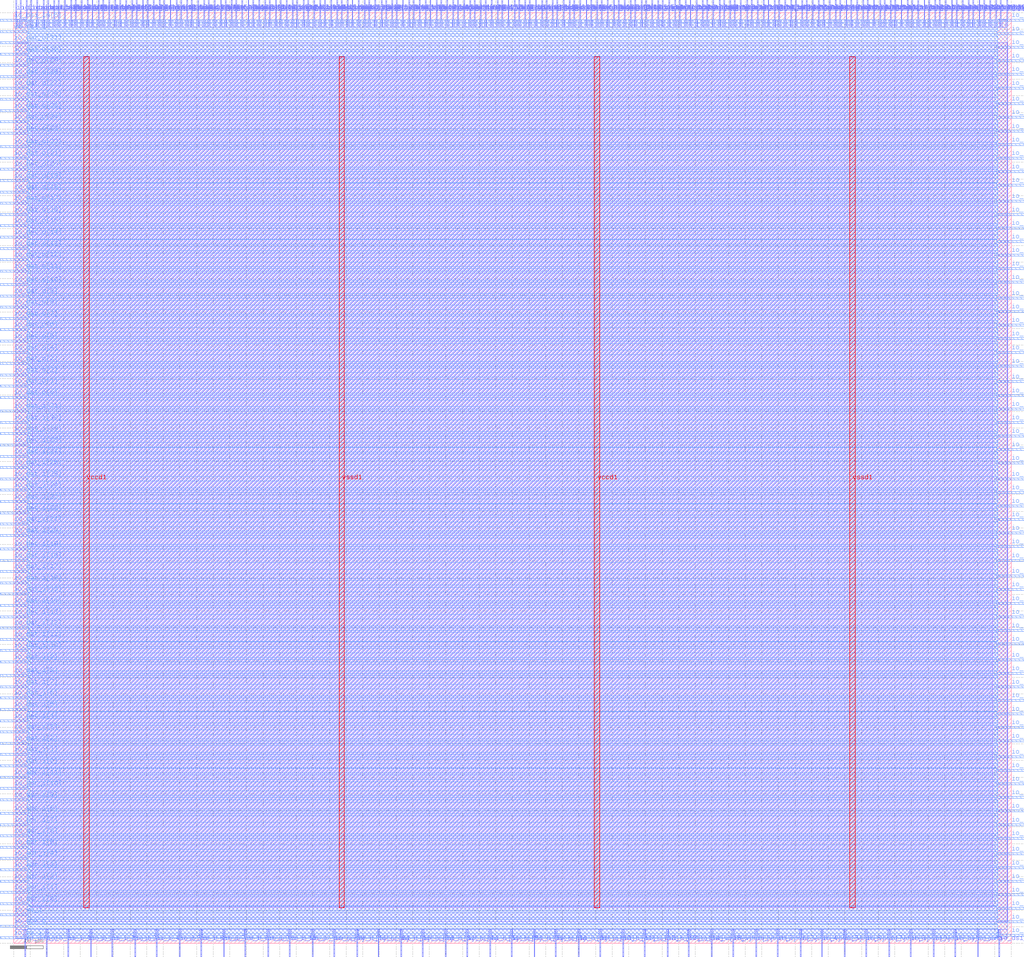
<source format=lef>
VERSION 5.7 ;
  NOWIREEXTENSIONATPIN ON ;
  DIVIDERCHAR "/" ;
  BUSBITCHARS "[]" ;
MACRO cic_con
  CLASS BLOCK ;
  FOREIGN cic_con ;
  ORIGIN 0.000 0.000 ;
  SIZE 300.000 BY 280.000 ;
  PIN io_ack_o
    DIRECTION OUTPUT TRISTATE ;
    USE SIGNAL ;
    PORT
      LAYER met3 ;
        RECT -4.000 4.800 4.000 5.400 ;
    END
  END io_ack_o
  PIN io_adr_i[0]
    DIRECTION INPUT ;
    USE SIGNAL ;
    PORT
      LAYER met3 ;
        RECT -4.000 11.600 4.000 12.200 ;
    END
  END io_adr_i[0]
  PIN io_adr_i[10]
    DIRECTION INPUT ;
    USE SIGNAL ;
    PORT
      LAYER met3 ;
        RECT -4.000 46.280 4.000 46.880 ;
    END
  END io_adr_i[10]
  PIN io_adr_i[11]
    DIRECTION INPUT ;
    USE SIGNAL ;
    PORT
      LAYER met3 ;
        RECT -4.000 49.680 4.000 50.280 ;
    END
  END io_adr_i[11]
  PIN io_adr_i[1]
    DIRECTION INPUT ;
    USE SIGNAL ;
    PORT
      LAYER met3 ;
        RECT -4.000 15.000 4.000 15.600 ;
    END
  END io_adr_i[1]
  PIN io_adr_i[2]
    DIRECTION INPUT ;
    USE SIGNAL ;
    PORT
      LAYER met3 ;
        RECT -4.000 18.400 4.000 19.000 ;
    END
  END io_adr_i[2]
  PIN io_adr_i[3]
    DIRECTION INPUT ;
    USE SIGNAL ;
    PORT
      LAYER met3 ;
        RECT -4.000 21.800 4.000 22.400 ;
    END
  END io_adr_i[3]
  PIN io_adr_i[4]
    DIRECTION INPUT ;
    USE SIGNAL ;
    PORT
      LAYER met3 ;
        RECT -4.000 25.200 4.000 25.800 ;
    END
  END io_adr_i[4]
  PIN io_adr_i[5]
    DIRECTION INPUT ;
    USE SIGNAL ;
    PORT
      LAYER met3 ;
        RECT -4.000 28.600 4.000 29.200 ;
    END
  END io_adr_i[5]
  PIN io_adr_i[6]
    DIRECTION INPUT ;
    USE SIGNAL ;
    PORT
      LAYER met3 ;
        RECT -4.000 32.000 4.000 32.600 ;
    END
  END io_adr_i[6]
  PIN io_adr_i[7]
    DIRECTION INPUT ;
    USE SIGNAL ;
    PORT
      LAYER met3 ;
        RECT -4.000 35.400 4.000 36.000 ;
    END
  END io_adr_i[7]
  PIN io_adr_i[8]
    DIRECTION INPUT ;
    USE SIGNAL ;
    PORT
      LAYER met3 ;
        RECT -4.000 38.800 4.000 39.400 ;
    END
  END io_adr_i[8]
  PIN io_adr_i[9]
    DIRECTION INPUT ;
    USE SIGNAL ;
    PORT
      LAYER met3 ;
        RECT -4.000 42.880 4.000 43.480 ;
    END
  END io_adr_i[9]
  PIN io_b_adr_i[0]
    DIRECTION OUTPUT TRISTATE ;
    USE SIGNAL ;
    PORT
      LAYER met2 ;
        RECT 89.790 -4.000 90.070 4.000 ;
    END
  END io_b_adr_i[0]
  PIN io_b_adr_i[1]
    DIRECTION OUTPUT TRISTATE ;
    USE SIGNAL ;
    PORT
      LAYER met2 ;
        RECT 96.230 -4.000 96.510 4.000 ;
    END
  END io_b_adr_i[1]
  PIN io_b_cs_i_0
    DIRECTION OUTPUT TRISTATE ;
    USE SIGNAL ;
    PORT
      LAYER met2 ;
        RECT 9.750 -4.000 10.030 4.000 ;
    END
  END io_b_cs_i_0
  PIN io_b_cs_i_1
    DIRECTION OUTPUT TRISTATE ;
    USE SIGNAL ;
    PORT
      LAYER met2 ;
        RECT 16.190 -4.000 16.470 4.000 ;
    END
  END io_b_cs_i_1
  PIN io_b_cs_i_10
    DIRECTION OUTPUT TRISTATE ;
    USE SIGNAL ;
    PORT
      LAYER met2 ;
        RECT 76.450 -4.000 76.730 4.000 ;
    END
  END io_b_cs_i_10
  PIN io_b_cs_i_2
    DIRECTION OUTPUT TRISTATE ;
    USE SIGNAL ;
    PORT
      LAYER met2 ;
        RECT 23.090 -4.000 23.370 4.000 ;
    END
  END io_b_cs_i_2
  PIN io_b_cs_i_3
    DIRECTION OUTPUT TRISTATE ;
    USE SIGNAL ;
    PORT
      LAYER met2 ;
        RECT 29.530 -4.000 29.810 4.000 ;
    END
  END io_b_cs_i_3
  PIN io_b_cs_i_4
    DIRECTION OUTPUT TRISTATE ;
    USE SIGNAL ;
    PORT
      LAYER met2 ;
        RECT 36.430 -4.000 36.710 4.000 ;
    END
  END io_b_cs_i_4
  PIN io_b_cs_i_5
    DIRECTION OUTPUT TRISTATE ;
    USE SIGNAL ;
    PORT
      LAYER met2 ;
        RECT 42.870 -4.000 43.150 4.000 ;
    END
  END io_b_cs_i_5
  PIN io_b_cs_i_6
    DIRECTION OUTPUT TRISTATE ;
    USE SIGNAL ;
    PORT
      LAYER met2 ;
        RECT 49.770 -4.000 50.050 4.000 ;
    END
  END io_b_cs_i_6
  PIN io_b_cs_i_7
    DIRECTION OUTPUT TRISTATE ;
    USE SIGNAL ;
    PORT
      LAYER met2 ;
        RECT 56.210 -4.000 56.490 4.000 ;
    END
  END io_b_cs_i_7
  PIN io_b_cs_i_8
    DIRECTION OUTPUT TRISTATE ;
    USE SIGNAL ;
    PORT
      LAYER met2 ;
        RECT 63.110 -4.000 63.390 4.000 ;
    END
  END io_b_cs_i_8
  PIN io_b_cs_i_9
    DIRECTION OUTPUT TRISTATE ;
    USE SIGNAL ;
    PORT
      LAYER met2 ;
        RECT 69.550 -4.000 69.830 4.000 ;
    END
  END io_b_cs_i_9
  PIN io_b_dat_i[0]
    DIRECTION OUTPUT TRISTATE ;
    USE SIGNAL ;
    PORT
      LAYER met2 ;
        RECT 103.130 -4.000 103.410 4.000 ;
    END
  END io_b_dat_i[0]
  PIN io_b_dat_i[10]
    DIRECTION OUTPUT TRISTATE ;
    USE SIGNAL ;
    PORT
      LAYER met2 ;
        RECT 169.830 -4.000 170.110 4.000 ;
    END
  END io_b_dat_i[10]
  PIN io_b_dat_i[11]
    DIRECTION OUTPUT TRISTATE ;
    USE SIGNAL ;
    PORT
      LAYER met2 ;
        RECT 176.270 -4.000 176.550 4.000 ;
    END
  END io_b_dat_i[11]
  PIN io_b_dat_i[12]
    DIRECTION OUTPUT TRISTATE ;
    USE SIGNAL ;
    PORT
      LAYER met2 ;
        RECT 183.170 -4.000 183.450 4.000 ;
    END
  END io_b_dat_i[12]
  PIN io_b_dat_i[13]
    DIRECTION OUTPUT TRISTATE ;
    USE SIGNAL ;
    PORT
      LAYER met2 ;
        RECT 189.610 -4.000 189.890 4.000 ;
    END
  END io_b_dat_i[13]
  PIN io_b_dat_i[14]
    DIRECTION OUTPUT TRISTATE ;
    USE SIGNAL ;
    PORT
      LAYER met2 ;
        RECT 196.510 -4.000 196.790 4.000 ;
    END
  END io_b_dat_i[14]
  PIN io_b_dat_i[15]
    DIRECTION OUTPUT TRISTATE ;
    USE SIGNAL ;
    PORT
      LAYER met2 ;
        RECT 202.950 -4.000 203.230 4.000 ;
    END
  END io_b_dat_i[15]
  PIN io_b_dat_i[1]
    DIRECTION OUTPUT TRISTATE ;
    USE SIGNAL ;
    PORT
      LAYER met2 ;
        RECT 109.570 -4.000 109.850 4.000 ;
    END
  END io_b_dat_i[1]
  PIN io_b_dat_i[2]
    DIRECTION OUTPUT TRISTATE ;
    USE SIGNAL ;
    PORT
      LAYER met2 ;
        RECT 116.470 -4.000 116.750 4.000 ;
    END
  END io_b_dat_i[2]
  PIN io_b_dat_i[3]
    DIRECTION OUTPUT TRISTATE ;
    USE SIGNAL ;
    PORT
      LAYER met2 ;
        RECT 122.910 -4.000 123.190 4.000 ;
    END
  END io_b_dat_i[3]
  PIN io_b_dat_i[4]
    DIRECTION OUTPUT TRISTATE ;
    USE SIGNAL ;
    PORT
      LAYER met2 ;
        RECT 129.810 -4.000 130.090 4.000 ;
    END
  END io_b_dat_i[4]
  PIN io_b_dat_i[5]
    DIRECTION OUTPUT TRISTATE ;
    USE SIGNAL ;
    PORT
      LAYER met2 ;
        RECT 136.250 -4.000 136.530 4.000 ;
    END
  END io_b_dat_i[5]
  PIN io_b_dat_i[6]
    DIRECTION OUTPUT TRISTATE ;
    USE SIGNAL ;
    PORT
      LAYER met2 ;
        RECT 143.150 -4.000 143.430 4.000 ;
    END
  END io_b_dat_i[6]
  PIN io_b_dat_i[7]
    DIRECTION OUTPUT TRISTATE ;
    USE SIGNAL ;
    PORT
      LAYER met2 ;
        RECT 149.590 -4.000 149.870 4.000 ;
    END
  END io_b_dat_i[7]
  PIN io_b_dat_i[8]
    DIRECTION OUTPUT TRISTATE ;
    USE SIGNAL ;
    PORT
      LAYER met2 ;
        RECT 156.490 -4.000 156.770 4.000 ;
    END
  END io_b_dat_i[8]
  PIN io_b_dat_i[9]
    DIRECTION OUTPUT TRISTATE ;
    USE SIGNAL ;
    PORT
      LAYER met2 ;
        RECT 162.930 -4.000 163.210 4.000 ;
    END
  END io_b_dat_i[9]
  PIN io_b_dat_o_0[0]
    DIRECTION INPUT ;
    USE SIGNAL ;
    PORT
      LAYER met2 ;
        RECT 0.550 276.000 0.830 284.000 ;
    END
  END io_b_dat_o_0[0]
  PIN io_b_dat_o_0[10]
    DIRECTION INPUT ;
    USE SIGNAL ;
    PORT
      LAYER met2 ;
        RECT 183.630 276.000 183.910 284.000 ;
    END
  END io_b_dat_o_0[10]
  PIN io_b_dat_o_0[11]
    DIRECTION INPUT ;
    USE SIGNAL ;
    PORT
      LAYER met2 ;
        RECT 202.030 276.000 202.310 284.000 ;
    END
  END io_b_dat_o_0[11]
  PIN io_b_dat_o_0[12]
    DIRECTION INPUT ;
    USE SIGNAL ;
    PORT
      LAYER met2 ;
        RECT 220.430 276.000 220.710 284.000 ;
    END
  END io_b_dat_o_0[12]
  PIN io_b_dat_o_0[13]
    DIRECTION INPUT ;
    USE SIGNAL ;
    PORT
      LAYER met2 ;
        RECT 238.370 276.000 238.650 284.000 ;
    END
  END io_b_dat_o_0[13]
  PIN io_b_dat_o_0[14]
    DIRECTION INPUT ;
    USE SIGNAL ;
    PORT
      LAYER met2 ;
        RECT 256.770 276.000 257.050 284.000 ;
    END
  END io_b_dat_o_0[14]
  PIN io_b_dat_o_0[15]
    DIRECTION INPUT ;
    USE SIGNAL ;
    PORT
      LAYER met2 ;
        RECT 275.170 276.000 275.450 284.000 ;
    END
  END io_b_dat_o_0[15]
  PIN io_b_dat_o_0[1]
    DIRECTION INPUT ;
    USE SIGNAL ;
    PORT
      LAYER met2 ;
        RECT 18.490 276.000 18.770 284.000 ;
    END
  END io_b_dat_o_0[1]
  PIN io_b_dat_o_0[2]
    DIRECTION INPUT ;
    USE SIGNAL ;
    PORT
      LAYER met2 ;
        RECT 36.890 276.000 37.170 284.000 ;
    END
  END io_b_dat_o_0[2]
  PIN io_b_dat_o_0[3]
    DIRECTION INPUT ;
    USE SIGNAL ;
    PORT
      LAYER met2 ;
        RECT 55.290 276.000 55.570 284.000 ;
    END
  END io_b_dat_o_0[3]
  PIN io_b_dat_o_0[4]
    DIRECTION INPUT ;
    USE SIGNAL ;
    PORT
      LAYER met2 ;
        RECT 73.690 276.000 73.970 284.000 ;
    END
  END io_b_dat_o_0[4]
  PIN io_b_dat_o_0[5]
    DIRECTION INPUT ;
    USE SIGNAL ;
    PORT
      LAYER met2 ;
        RECT 92.090 276.000 92.370 284.000 ;
    END
  END io_b_dat_o_0[5]
  PIN io_b_dat_o_0[6]
    DIRECTION INPUT ;
    USE SIGNAL ;
    PORT
      LAYER met2 ;
        RECT 110.490 276.000 110.770 284.000 ;
    END
  END io_b_dat_o_0[6]
  PIN io_b_dat_o_0[7]
    DIRECTION INPUT ;
    USE SIGNAL ;
    PORT
      LAYER met2 ;
        RECT 128.430 276.000 128.710 284.000 ;
    END
  END io_b_dat_o_0[7]
  PIN io_b_dat_o_0[8]
    DIRECTION INPUT ;
    USE SIGNAL ;
    PORT
      LAYER met2 ;
        RECT 146.830 276.000 147.110 284.000 ;
    END
  END io_b_dat_o_0[8]
  PIN io_b_dat_o_0[9]
    DIRECTION INPUT ;
    USE SIGNAL ;
    PORT
      LAYER met2 ;
        RECT 165.230 276.000 165.510 284.000 ;
    END
  END io_b_dat_o_0[9]
  PIN io_b_dat_o_10[0]
    DIRECTION INPUT ;
    USE SIGNAL ;
    PORT
      LAYER met2 ;
        RECT 17.110 276.000 17.390 284.000 ;
    END
  END io_b_dat_o_10[0]
  PIN io_b_dat_o_10[10]
    DIRECTION INPUT ;
    USE SIGNAL ;
    PORT
      LAYER met2 ;
        RECT 200.190 276.000 200.470 284.000 ;
    END
  END io_b_dat_o_10[10]
  PIN io_b_dat_o_10[11]
    DIRECTION INPUT ;
    USE SIGNAL ;
    PORT
      LAYER met2 ;
        RECT 218.590 276.000 218.870 284.000 ;
    END
  END io_b_dat_o_10[11]
  PIN io_b_dat_o_10[12]
    DIRECTION INPUT ;
    USE SIGNAL ;
    PORT
      LAYER met2 ;
        RECT 236.990 276.000 237.270 284.000 ;
    END
  END io_b_dat_o_10[12]
  PIN io_b_dat_o_10[13]
    DIRECTION INPUT ;
    USE SIGNAL ;
    PORT
      LAYER met2 ;
        RECT 255.390 276.000 255.670 284.000 ;
    END
  END io_b_dat_o_10[13]
  PIN io_b_dat_o_10[14]
    DIRECTION INPUT ;
    USE SIGNAL ;
    PORT
      LAYER met2 ;
        RECT 273.790 276.000 274.070 284.000 ;
    END
  END io_b_dat_o_10[14]
  PIN io_b_dat_o_10[15]
    DIRECTION INPUT ;
    USE SIGNAL ;
    PORT
      LAYER met2 ;
        RECT 291.730 276.000 292.010 284.000 ;
    END
  END io_b_dat_o_10[15]
  PIN io_b_dat_o_10[1]
    DIRECTION INPUT ;
    USE SIGNAL ;
    PORT
      LAYER met2 ;
        RECT 35.510 276.000 35.790 284.000 ;
    END
  END io_b_dat_o_10[1]
  PIN io_b_dat_o_10[2]
    DIRECTION INPUT ;
    USE SIGNAL ;
    PORT
      LAYER met2 ;
        RECT 53.450 276.000 53.730 284.000 ;
    END
  END io_b_dat_o_10[2]
  PIN io_b_dat_o_10[3]
    DIRECTION INPUT ;
    USE SIGNAL ;
    PORT
      LAYER met2 ;
        RECT 71.850 276.000 72.130 284.000 ;
    END
  END io_b_dat_o_10[3]
  PIN io_b_dat_o_10[4]
    DIRECTION INPUT ;
    USE SIGNAL ;
    PORT
      LAYER met2 ;
        RECT 90.250 276.000 90.530 284.000 ;
    END
  END io_b_dat_o_10[4]
  PIN io_b_dat_o_10[5]
    DIRECTION INPUT ;
    USE SIGNAL ;
    PORT
      LAYER met2 ;
        RECT 108.650 276.000 108.930 284.000 ;
    END
  END io_b_dat_o_10[5]
  PIN io_b_dat_o_10[6]
    DIRECTION INPUT ;
    USE SIGNAL ;
    PORT
      LAYER met2 ;
        RECT 127.050 276.000 127.330 284.000 ;
    END
  END io_b_dat_o_10[6]
  PIN io_b_dat_o_10[7]
    DIRECTION INPUT ;
    USE SIGNAL ;
    PORT
      LAYER met2 ;
        RECT 145.450 276.000 145.730 284.000 ;
    END
  END io_b_dat_o_10[7]
  PIN io_b_dat_o_10[8]
    DIRECTION INPUT ;
    USE SIGNAL ;
    PORT
      LAYER met2 ;
        RECT 163.390 276.000 163.670 284.000 ;
    END
  END io_b_dat_o_10[8]
  PIN io_b_dat_o_10[9]
    DIRECTION INPUT ;
    USE SIGNAL ;
    PORT
      LAYER met2 ;
        RECT 181.790 276.000 182.070 284.000 ;
    END
  END io_b_dat_o_10[9]
  PIN io_b_dat_o_1[0]
    DIRECTION INPUT ;
    USE SIGNAL ;
    PORT
      LAYER met2 ;
        RECT 1.930 276.000 2.210 284.000 ;
    END
  END io_b_dat_o_1[0]
  PIN io_b_dat_o_1[10]
    DIRECTION INPUT ;
    USE SIGNAL ;
    PORT
      LAYER met2 ;
        RECT 185.470 276.000 185.750 284.000 ;
    END
  END io_b_dat_o_1[10]
  PIN io_b_dat_o_1[11]
    DIRECTION INPUT ;
    USE SIGNAL ;
    PORT
      LAYER met2 ;
        RECT 203.410 276.000 203.690 284.000 ;
    END
  END io_b_dat_o_1[11]
  PIN io_b_dat_o_1[12]
    DIRECTION INPUT ;
    USE SIGNAL ;
    PORT
      LAYER met2 ;
        RECT 221.810 276.000 222.090 284.000 ;
    END
  END io_b_dat_o_1[12]
  PIN io_b_dat_o_1[13]
    DIRECTION INPUT ;
    USE SIGNAL ;
    PORT
      LAYER met2 ;
        RECT 240.210 276.000 240.490 284.000 ;
    END
  END io_b_dat_o_1[13]
  PIN io_b_dat_o_1[14]
    DIRECTION INPUT ;
    USE SIGNAL ;
    PORT
      LAYER met2 ;
        RECT 258.610 276.000 258.890 284.000 ;
    END
  END io_b_dat_o_1[14]
  PIN io_b_dat_o_1[15]
    DIRECTION INPUT ;
    USE SIGNAL ;
    PORT
      LAYER met2 ;
        RECT 277.010 276.000 277.290 284.000 ;
    END
  END io_b_dat_o_1[15]
  PIN io_b_dat_o_1[1]
    DIRECTION INPUT ;
    USE SIGNAL ;
    PORT
      LAYER met2 ;
        RECT 20.330 276.000 20.610 284.000 ;
    END
  END io_b_dat_o_1[1]
  PIN io_b_dat_o_1[2]
    DIRECTION INPUT ;
    USE SIGNAL ;
    PORT
      LAYER met2 ;
        RECT 38.730 276.000 39.010 284.000 ;
    END
  END io_b_dat_o_1[2]
  PIN io_b_dat_o_1[3]
    DIRECTION INPUT ;
    USE SIGNAL ;
    PORT
      LAYER met2 ;
        RECT 57.130 276.000 57.410 284.000 ;
    END
  END io_b_dat_o_1[3]
  PIN io_b_dat_o_1[4]
    DIRECTION INPUT ;
    USE SIGNAL ;
    PORT
      LAYER met2 ;
        RECT 75.530 276.000 75.810 284.000 ;
    END
  END io_b_dat_o_1[4]
  PIN io_b_dat_o_1[5]
    DIRECTION INPUT ;
    USE SIGNAL ;
    PORT
      LAYER met2 ;
        RECT 93.470 276.000 93.750 284.000 ;
    END
  END io_b_dat_o_1[5]
  PIN io_b_dat_o_1[6]
    DIRECTION INPUT ;
    USE SIGNAL ;
    PORT
      LAYER met2 ;
        RECT 111.870 276.000 112.150 284.000 ;
    END
  END io_b_dat_o_1[6]
  PIN io_b_dat_o_1[7]
    DIRECTION INPUT ;
    USE SIGNAL ;
    PORT
      LAYER met2 ;
        RECT 130.270 276.000 130.550 284.000 ;
    END
  END io_b_dat_o_1[7]
  PIN io_b_dat_o_1[8]
    DIRECTION INPUT ;
    USE SIGNAL ;
    PORT
      LAYER met2 ;
        RECT 148.670 276.000 148.950 284.000 ;
    END
  END io_b_dat_o_1[8]
  PIN io_b_dat_o_1[9]
    DIRECTION INPUT ;
    USE SIGNAL ;
    PORT
      LAYER met2 ;
        RECT 167.070 276.000 167.350 284.000 ;
    END
  END io_b_dat_o_1[9]
  PIN io_b_dat_o_2[0]
    DIRECTION INPUT ;
    USE SIGNAL ;
    PORT
      LAYER met2 ;
        RECT 3.770 276.000 4.050 284.000 ;
    END
  END io_b_dat_o_2[0]
  PIN io_b_dat_o_2[10]
    DIRECTION INPUT ;
    USE SIGNAL ;
    PORT
      LAYER met2 ;
        RECT 186.850 276.000 187.130 284.000 ;
    END
  END io_b_dat_o_2[10]
  PIN io_b_dat_o_2[11]
    DIRECTION INPUT ;
    USE SIGNAL ;
    PORT
      LAYER met2 ;
        RECT 205.250 276.000 205.530 284.000 ;
    END
  END io_b_dat_o_2[11]
  PIN io_b_dat_o_2[12]
    DIRECTION INPUT ;
    USE SIGNAL ;
    PORT
      LAYER met2 ;
        RECT 223.650 276.000 223.930 284.000 ;
    END
  END io_b_dat_o_2[12]
  PIN io_b_dat_o_2[13]
    DIRECTION INPUT ;
    USE SIGNAL ;
    PORT
      LAYER met2 ;
        RECT 242.050 276.000 242.330 284.000 ;
    END
  END io_b_dat_o_2[13]
  PIN io_b_dat_o_2[14]
    DIRECTION INPUT ;
    USE SIGNAL ;
    PORT
      LAYER met2 ;
        RECT 260.450 276.000 260.730 284.000 ;
    END
  END io_b_dat_o_2[14]
  PIN io_b_dat_o_2[15]
    DIRECTION INPUT ;
    USE SIGNAL ;
    PORT
      LAYER met2 ;
        RECT 278.390 276.000 278.670 284.000 ;
    END
  END io_b_dat_o_2[15]
  PIN io_b_dat_o_2[1]
    DIRECTION INPUT ;
    USE SIGNAL ;
    PORT
      LAYER met2 ;
        RECT 22.170 276.000 22.450 284.000 ;
    END
  END io_b_dat_o_2[1]
  PIN io_b_dat_o_2[2]
    DIRECTION INPUT ;
    USE SIGNAL ;
    PORT
      LAYER met2 ;
        RECT 40.110 276.000 40.390 284.000 ;
    END
  END io_b_dat_o_2[2]
  PIN io_b_dat_o_2[3]
    DIRECTION INPUT ;
    USE SIGNAL ;
    PORT
      LAYER met2 ;
        RECT 58.510 276.000 58.790 284.000 ;
    END
  END io_b_dat_o_2[3]
  PIN io_b_dat_o_2[4]
    DIRECTION INPUT ;
    USE SIGNAL ;
    PORT
      LAYER met2 ;
        RECT 76.910 276.000 77.190 284.000 ;
    END
  END io_b_dat_o_2[4]
  PIN io_b_dat_o_2[5]
    DIRECTION INPUT ;
    USE SIGNAL ;
    PORT
      LAYER met2 ;
        RECT 95.310 276.000 95.590 284.000 ;
    END
  END io_b_dat_o_2[5]
  PIN io_b_dat_o_2[6]
    DIRECTION INPUT ;
    USE SIGNAL ;
    PORT
      LAYER met2 ;
        RECT 113.710 276.000 113.990 284.000 ;
    END
  END io_b_dat_o_2[6]
  PIN io_b_dat_o_2[7]
    DIRECTION INPUT ;
    USE SIGNAL ;
    PORT
      LAYER met2 ;
        RECT 132.110 276.000 132.390 284.000 ;
    END
  END io_b_dat_o_2[7]
  PIN io_b_dat_o_2[8]
    DIRECTION INPUT ;
    USE SIGNAL ;
    PORT
      LAYER met2 ;
        RECT 150.510 276.000 150.790 284.000 ;
    END
  END io_b_dat_o_2[8]
  PIN io_b_dat_o_2[9]
    DIRECTION INPUT ;
    USE SIGNAL ;
    PORT
      LAYER met2 ;
        RECT 168.450 276.000 168.730 284.000 ;
    END
  END io_b_dat_o_2[9]
  PIN io_b_dat_o_3[0]
    DIRECTION INPUT ;
    USE SIGNAL ;
    PORT
      LAYER met2 ;
        RECT 5.150 276.000 5.430 284.000 ;
    END
  END io_b_dat_o_3[0]
  PIN io_b_dat_o_3[10]
    DIRECTION INPUT ;
    USE SIGNAL ;
    PORT
      LAYER met2 ;
        RECT 188.690 276.000 188.970 284.000 ;
    END
  END io_b_dat_o_3[10]
  PIN io_b_dat_o_3[11]
    DIRECTION INPUT ;
    USE SIGNAL ;
    PORT
      LAYER met2 ;
        RECT 207.090 276.000 207.370 284.000 ;
    END
  END io_b_dat_o_3[11]
  PIN io_b_dat_o_3[12]
    DIRECTION INPUT ;
    USE SIGNAL ;
    PORT
      LAYER met2 ;
        RECT 225.490 276.000 225.770 284.000 ;
    END
  END io_b_dat_o_3[12]
  PIN io_b_dat_o_3[13]
    DIRECTION INPUT ;
    USE SIGNAL ;
    PORT
      LAYER met2 ;
        RECT 243.430 276.000 243.710 284.000 ;
    END
  END io_b_dat_o_3[13]
  PIN io_b_dat_o_3[14]
    DIRECTION INPUT ;
    USE SIGNAL ;
    PORT
      LAYER met2 ;
        RECT 261.830 276.000 262.110 284.000 ;
    END
  END io_b_dat_o_3[14]
  PIN io_b_dat_o_3[15]
    DIRECTION INPUT ;
    USE SIGNAL ;
    PORT
      LAYER met2 ;
        RECT 280.230 276.000 280.510 284.000 ;
    END
  END io_b_dat_o_3[15]
  PIN io_b_dat_o_3[1]
    DIRECTION INPUT ;
    USE SIGNAL ;
    PORT
      LAYER met2 ;
        RECT 23.550 276.000 23.830 284.000 ;
    END
  END io_b_dat_o_3[1]
  PIN io_b_dat_o_3[2]
    DIRECTION INPUT ;
    USE SIGNAL ;
    PORT
      LAYER met2 ;
        RECT 41.950 276.000 42.230 284.000 ;
    END
  END io_b_dat_o_3[2]
  PIN io_b_dat_o_3[3]
    DIRECTION INPUT ;
    USE SIGNAL ;
    PORT
      LAYER met2 ;
        RECT 60.350 276.000 60.630 284.000 ;
    END
  END io_b_dat_o_3[3]
  PIN io_b_dat_o_3[4]
    DIRECTION INPUT ;
    USE SIGNAL ;
    PORT
      LAYER met2 ;
        RECT 78.750 276.000 79.030 284.000 ;
    END
  END io_b_dat_o_3[4]
  PIN io_b_dat_o_3[5]
    DIRECTION INPUT ;
    USE SIGNAL ;
    PORT
      LAYER met2 ;
        RECT 97.150 276.000 97.430 284.000 ;
    END
  END io_b_dat_o_3[5]
  PIN io_b_dat_o_3[6]
    DIRECTION INPUT ;
    USE SIGNAL ;
    PORT
      LAYER met2 ;
        RECT 115.090 276.000 115.370 284.000 ;
    END
  END io_b_dat_o_3[6]
  PIN io_b_dat_o_3[7]
    DIRECTION INPUT ;
    USE SIGNAL ;
    PORT
      LAYER met2 ;
        RECT 133.490 276.000 133.770 284.000 ;
    END
  END io_b_dat_o_3[7]
  PIN io_b_dat_o_3[8]
    DIRECTION INPUT ;
    USE SIGNAL ;
    PORT
      LAYER met2 ;
        RECT 151.890 276.000 152.170 284.000 ;
    END
  END io_b_dat_o_3[8]
  PIN io_b_dat_o_3[9]
    DIRECTION INPUT ;
    USE SIGNAL ;
    PORT
      LAYER met2 ;
        RECT 170.290 276.000 170.570 284.000 ;
    END
  END io_b_dat_o_3[9]
  PIN io_b_dat_o_4[0]
    DIRECTION INPUT ;
    USE SIGNAL ;
    PORT
      LAYER met2 ;
        RECT 6.990 276.000 7.270 284.000 ;
    END
  END io_b_dat_o_4[0]
  PIN io_b_dat_o_4[10]
    DIRECTION INPUT ;
    USE SIGNAL ;
    PORT
      LAYER met2 ;
        RECT 190.070 276.000 190.350 284.000 ;
    END
  END io_b_dat_o_4[10]
  PIN io_b_dat_o_4[11]
    DIRECTION INPUT ;
    USE SIGNAL ;
    PORT
      LAYER met2 ;
        RECT 208.470 276.000 208.750 284.000 ;
    END
  END io_b_dat_o_4[11]
  PIN io_b_dat_o_4[12]
    DIRECTION INPUT ;
    USE SIGNAL ;
    PORT
      LAYER met2 ;
        RECT 226.870 276.000 227.150 284.000 ;
    END
  END io_b_dat_o_4[12]
  PIN io_b_dat_o_4[13]
    DIRECTION INPUT ;
    USE SIGNAL ;
    PORT
      LAYER met2 ;
        RECT 245.270 276.000 245.550 284.000 ;
    END
  END io_b_dat_o_4[13]
  PIN io_b_dat_o_4[14]
    DIRECTION INPUT ;
    USE SIGNAL ;
    PORT
      LAYER met2 ;
        RECT 263.670 276.000 263.950 284.000 ;
    END
  END io_b_dat_o_4[14]
  PIN io_b_dat_o_4[15]
    DIRECTION INPUT ;
    USE SIGNAL ;
    PORT
      LAYER met2 ;
        RECT 282.070 276.000 282.350 284.000 ;
    END
  END io_b_dat_o_4[15]
  PIN io_b_dat_o_4[1]
    DIRECTION INPUT ;
    USE SIGNAL ;
    PORT
      LAYER met2 ;
        RECT 25.390 276.000 25.670 284.000 ;
    END
  END io_b_dat_o_4[1]
  PIN io_b_dat_o_4[2]
    DIRECTION INPUT ;
    USE SIGNAL ;
    PORT
      LAYER met2 ;
        RECT 43.790 276.000 44.070 284.000 ;
    END
  END io_b_dat_o_4[2]
  PIN io_b_dat_o_4[3]
    DIRECTION INPUT ;
    USE SIGNAL ;
    PORT
      LAYER met2 ;
        RECT 62.190 276.000 62.470 284.000 ;
    END
  END io_b_dat_o_4[3]
  PIN io_b_dat_o_4[4]
    DIRECTION INPUT ;
    USE SIGNAL ;
    PORT
      LAYER met2 ;
        RECT 80.130 276.000 80.410 284.000 ;
    END
  END io_b_dat_o_4[4]
  PIN io_b_dat_o_4[5]
    DIRECTION INPUT ;
    USE SIGNAL ;
    PORT
      LAYER met2 ;
        RECT 98.530 276.000 98.810 284.000 ;
    END
  END io_b_dat_o_4[5]
  PIN io_b_dat_o_4[6]
    DIRECTION INPUT ;
    USE SIGNAL ;
    PORT
      LAYER met2 ;
        RECT 116.930 276.000 117.210 284.000 ;
    END
  END io_b_dat_o_4[6]
  PIN io_b_dat_o_4[7]
    DIRECTION INPUT ;
    USE SIGNAL ;
    PORT
      LAYER met2 ;
        RECT 135.330 276.000 135.610 284.000 ;
    END
  END io_b_dat_o_4[7]
  PIN io_b_dat_o_4[8]
    DIRECTION INPUT ;
    USE SIGNAL ;
    PORT
      LAYER met2 ;
        RECT 153.730 276.000 154.010 284.000 ;
    END
  END io_b_dat_o_4[8]
  PIN io_b_dat_o_4[9]
    DIRECTION INPUT ;
    USE SIGNAL ;
    PORT
      LAYER met2 ;
        RECT 172.130 276.000 172.410 284.000 ;
    END
  END io_b_dat_o_4[9]
  PIN io_b_dat_o_5[0]
    DIRECTION INPUT ;
    USE SIGNAL ;
    PORT
      LAYER met2 ;
        RECT 8.830 276.000 9.110 284.000 ;
    END
  END io_b_dat_o_5[0]
  PIN io_b_dat_o_5[10]
    DIRECTION INPUT ;
    USE SIGNAL ;
    PORT
      LAYER met2 ;
        RECT 191.910 276.000 192.190 284.000 ;
    END
  END io_b_dat_o_5[10]
  PIN io_b_dat_o_5[11]
    DIRECTION INPUT ;
    USE SIGNAL ;
    PORT
      LAYER met2 ;
        RECT 210.310 276.000 210.590 284.000 ;
    END
  END io_b_dat_o_5[11]
  PIN io_b_dat_o_5[12]
    DIRECTION INPUT ;
    USE SIGNAL ;
    PORT
      LAYER met2 ;
        RECT 228.710 276.000 228.990 284.000 ;
    END
  END io_b_dat_o_5[12]
  PIN io_b_dat_o_5[13]
    DIRECTION INPUT ;
    USE SIGNAL ;
    PORT
      LAYER met2 ;
        RECT 247.110 276.000 247.390 284.000 ;
    END
  END io_b_dat_o_5[13]
  PIN io_b_dat_o_5[14]
    DIRECTION INPUT ;
    USE SIGNAL ;
    PORT
      LAYER met2 ;
        RECT 265.050 276.000 265.330 284.000 ;
    END
  END io_b_dat_o_5[14]
  PIN io_b_dat_o_5[15]
    DIRECTION INPUT ;
    USE SIGNAL ;
    PORT
      LAYER met2 ;
        RECT 283.450 276.000 283.730 284.000 ;
    END
  END io_b_dat_o_5[15]
  PIN io_b_dat_o_5[1]
    DIRECTION INPUT ;
    USE SIGNAL ;
    PORT
      LAYER met2 ;
        RECT 26.770 276.000 27.050 284.000 ;
    END
  END io_b_dat_o_5[1]
  PIN io_b_dat_o_5[2]
    DIRECTION INPUT ;
    USE SIGNAL ;
    PORT
      LAYER met2 ;
        RECT 45.170 276.000 45.450 284.000 ;
    END
  END io_b_dat_o_5[2]
  PIN io_b_dat_o_5[3]
    DIRECTION INPUT ;
    USE SIGNAL ;
    PORT
      LAYER met2 ;
        RECT 63.570 276.000 63.850 284.000 ;
    END
  END io_b_dat_o_5[3]
  PIN io_b_dat_o_5[4]
    DIRECTION INPUT ;
    USE SIGNAL ;
    PORT
      LAYER met2 ;
        RECT 81.970 276.000 82.250 284.000 ;
    END
  END io_b_dat_o_5[4]
  PIN io_b_dat_o_5[5]
    DIRECTION INPUT ;
    USE SIGNAL ;
    PORT
      LAYER met2 ;
        RECT 100.370 276.000 100.650 284.000 ;
    END
  END io_b_dat_o_5[5]
  PIN io_b_dat_o_5[6]
    DIRECTION INPUT ;
    USE SIGNAL ;
    PORT
      LAYER met2 ;
        RECT 118.770 276.000 119.050 284.000 ;
    END
  END io_b_dat_o_5[6]
  PIN io_b_dat_o_5[7]
    DIRECTION INPUT ;
    USE SIGNAL ;
    PORT
      LAYER met2 ;
        RECT 137.170 276.000 137.450 284.000 ;
    END
  END io_b_dat_o_5[7]
  PIN io_b_dat_o_5[8]
    DIRECTION INPUT ;
    USE SIGNAL ;
    PORT
      LAYER met2 ;
        RECT 155.110 276.000 155.390 284.000 ;
    END
  END io_b_dat_o_5[8]
  PIN io_b_dat_o_5[9]
    DIRECTION INPUT ;
    USE SIGNAL ;
    PORT
      LAYER met2 ;
        RECT 173.510 276.000 173.790 284.000 ;
    END
  END io_b_dat_o_5[9]
  PIN io_b_dat_o_6[0]
    DIRECTION INPUT ;
    USE SIGNAL ;
    PORT
      LAYER met2 ;
        RECT 10.210 276.000 10.490 284.000 ;
    END
  END io_b_dat_o_6[0]
  PIN io_b_dat_o_6[10]
    DIRECTION INPUT ;
    USE SIGNAL ;
    PORT
      LAYER met2 ;
        RECT 193.750 276.000 194.030 284.000 ;
    END
  END io_b_dat_o_6[10]
  PIN io_b_dat_o_6[11]
    DIRECTION INPUT ;
    USE SIGNAL ;
    PORT
      LAYER met2 ;
        RECT 212.150 276.000 212.430 284.000 ;
    END
  END io_b_dat_o_6[11]
  PIN io_b_dat_o_6[12]
    DIRECTION INPUT ;
    USE SIGNAL ;
    PORT
      LAYER met2 ;
        RECT 230.090 276.000 230.370 284.000 ;
    END
  END io_b_dat_o_6[12]
  PIN io_b_dat_o_6[13]
    DIRECTION INPUT ;
    USE SIGNAL ;
    PORT
      LAYER met2 ;
        RECT 248.490 276.000 248.770 284.000 ;
    END
  END io_b_dat_o_6[13]
  PIN io_b_dat_o_6[14]
    DIRECTION INPUT ;
    USE SIGNAL ;
    PORT
      LAYER met2 ;
        RECT 266.890 276.000 267.170 284.000 ;
    END
  END io_b_dat_o_6[14]
  PIN io_b_dat_o_6[15]
    DIRECTION INPUT ;
    USE SIGNAL ;
    PORT
      LAYER met2 ;
        RECT 285.290 276.000 285.570 284.000 ;
    END
  END io_b_dat_o_6[15]
  PIN io_b_dat_o_6[1]
    DIRECTION INPUT ;
    USE SIGNAL ;
    PORT
      LAYER met2 ;
        RECT 28.610 276.000 28.890 284.000 ;
    END
  END io_b_dat_o_6[1]
  PIN io_b_dat_o_6[2]
    DIRECTION INPUT ;
    USE SIGNAL ;
    PORT
      LAYER met2 ;
        RECT 47.010 276.000 47.290 284.000 ;
    END
  END io_b_dat_o_6[2]
  PIN io_b_dat_o_6[3]
    DIRECTION INPUT ;
    USE SIGNAL ;
    PORT
      LAYER met2 ;
        RECT 65.410 276.000 65.690 284.000 ;
    END
  END io_b_dat_o_6[3]
  PIN io_b_dat_o_6[4]
    DIRECTION INPUT ;
    USE SIGNAL ;
    PORT
      LAYER met2 ;
        RECT 83.810 276.000 84.090 284.000 ;
    END
  END io_b_dat_o_6[4]
  PIN io_b_dat_o_6[5]
    DIRECTION INPUT ;
    USE SIGNAL ;
    PORT
      LAYER met2 ;
        RECT 101.750 276.000 102.030 284.000 ;
    END
  END io_b_dat_o_6[5]
  PIN io_b_dat_o_6[6]
    DIRECTION INPUT ;
    USE SIGNAL ;
    PORT
      LAYER met2 ;
        RECT 120.150 276.000 120.430 284.000 ;
    END
  END io_b_dat_o_6[6]
  PIN io_b_dat_o_6[7]
    DIRECTION INPUT ;
    USE SIGNAL ;
    PORT
      LAYER met2 ;
        RECT 138.550 276.000 138.830 284.000 ;
    END
  END io_b_dat_o_6[7]
  PIN io_b_dat_o_6[8]
    DIRECTION INPUT ;
    USE SIGNAL ;
    PORT
      LAYER met2 ;
        RECT 156.950 276.000 157.230 284.000 ;
    END
  END io_b_dat_o_6[8]
  PIN io_b_dat_o_6[9]
    DIRECTION INPUT ;
    USE SIGNAL ;
    PORT
      LAYER met2 ;
        RECT 175.350 276.000 175.630 284.000 ;
    END
  END io_b_dat_o_6[9]
  PIN io_b_dat_o_7[0]
    DIRECTION INPUT ;
    USE SIGNAL ;
    PORT
      LAYER met2 ;
        RECT 12.050 276.000 12.330 284.000 ;
    END
  END io_b_dat_o_7[0]
  PIN io_b_dat_o_7[10]
    DIRECTION INPUT ;
    USE SIGNAL ;
    PORT
      LAYER met2 ;
        RECT 195.130 276.000 195.410 284.000 ;
    END
  END io_b_dat_o_7[10]
  PIN io_b_dat_o_7[11]
    DIRECTION INPUT ;
    USE SIGNAL ;
    PORT
      LAYER met2 ;
        RECT 213.530 276.000 213.810 284.000 ;
    END
  END io_b_dat_o_7[11]
  PIN io_b_dat_o_7[12]
    DIRECTION INPUT ;
    USE SIGNAL ;
    PORT
      LAYER met2 ;
        RECT 231.930 276.000 232.210 284.000 ;
    END
  END io_b_dat_o_7[12]
  PIN io_b_dat_o_7[13]
    DIRECTION INPUT ;
    USE SIGNAL ;
    PORT
      LAYER met2 ;
        RECT 250.330 276.000 250.610 284.000 ;
    END
  END io_b_dat_o_7[13]
  PIN io_b_dat_o_7[14]
    DIRECTION INPUT ;
    USE SIGNAL ;
    PORT
      LAYER met2 ;
        RECT 268.730 276.000 269.010 284.000 ;
    END
  END io_b_dat_o_7[14]
  PIN io_b_dat_o_7[15]
    DIRECTION INPUT ;
    USE SIGNAL ;
    PORT
      LAYER met2 ;
        RECT 287.130 276.000 287.410 284.000 ;
    END
  END io_b_dat_o_7[15]
  PIN io_b_dat_o_7[1]
    DIRECTION INPUT ;
    USE SIGNAL ;
    PORT
      LAYER met2 ;
        RECT 30.450 276.000 30.730 284.000 ;
    END
  END io_b_dat_o_7[1]
  PIN io_b_dat_o_7[2]
    DIRECTION INPUT ;
    USE SIGNAL ;
    PORT
      LAYER met2 ;
        RECT 48.850 276.000 49.130 284.000 ;
    END
  END io_b_dat_o_7[2]
  PIN io_b_dat_o_7[3]
    DIRECTION INPUT ;
    USE SIGNAL ;
    PORT
      LAYER met2 ;
        RECT 66.790 276.000 67.070 284.000 ;
    END
  END io_b_dat_o_7[3]
  PIN io_b_dat_o_7[4]
    DIRECTION INPUT ;
    USE SIGNAL ;
    PORT
      LAYER met2 ;
        RECT 85.190 276.000 85.470 284.000 ;
    END
  END io_b_dat_o_7[4]
  PIN io_b_dat_o_7[5]
    DIRECTION INPUT ;
    USE SIGNAL ;
    PORT
      LAYER met2 ;
        RECT 103.590 276.000 103.870 284.000 ;
    END
  END io_b_dat_o_7[5]
  PIN io_b_dat_o_7[6]
    DIRECTION INPUT ;
    USE SIGNAL ;
    PORT
      LAYER met2 ;
        RECT 121.990 276.000 122.270 284.000 ;
    END
  END io_b_dat_o_7[6]
  PIN io_b_dat_o_7[7]
    DIRECTION INPUT ;
    USE SIGNAL ;
    PORT
      LAYER met2 ;
        RECT 140.390 276.000 140.670 284.000 ;
    END
  END io_b_dat_o_7[7]
  PIN io_b_dat_o_7[8]
    DIRECTION INPUT ;
    USE SIGNAL ;
    PORT
      LAYER met2 ;
        RECT 158.790 276.000 159.070 284.000 ;
    END
  END io_b_dat_o_7[8]
  PIN io_b_dat_o_7[9]
    DIRECTION INPUT ;
    USE SIGNAL ;
    PORT
      LAYER met2 ;
        RECT 176.730 276.000 177.010 284.000 ;
    END
  END io_b_dat_o_7[9]
  PIN io_b_dat_o_8[0]
    DIRECTION INPUT ;
    USE SIGNAL ;
    PORT
      LAYER met2 ;
        RECT 13.430 276.000 13.710 284.000 ;
    END
  END io_b_dat_o_8[0]
  PIN io_b_dat_o_8[10]
    DIRECTION INPUT ;
    USE SIGNAL ;
    PORT
      LAYER met2 ;
        RECT 196.970 276.000 197.250 284.000 ;
    END
  END io_b_dat_o_8[10]
  PIN io_b_dat_o_8[11]
    DIRECTION INPUT ;
    USE SIGNAL ;
    PORT
      LAYER met2 ;
        RECT 215.370 276.000 215.650 284.000 ;
    END
  END io_b_dat_o_8[11]
  PIN io_b_dat_o_8[12]
    DIRECTION INPUT ;
    USE SIGNAL ;
    PORT
      LAYER met2 ;
        RECT 233.770 276.000 234.050 284.000 ;
    END
  END io_b_dat_o_8[12]
  PIN io_b_dat_o_8[13]
    DIRECTION INPUT ;
    USE SIGNAL ;
    PORT
      LAYER met2 ;
        RECT 251.710 276.000 251.990 284.000 ;
    END
  END io_b_dat_o_8[13]
  PIN io_b_dat_o_8[14]
    DIRECTION INPUT ;
    USE SIGNAL ;
    PORT
      LAYER met2 ;
        RECT 270.110 276.000 270.390 284.000 ;
    END
  END io_b_dat_o_8[14]
  PIN io_b_dat_o_8[15]
    DIRECTION INPUT ;
    USE SIGNAL ;
    PORT
      LAYER met2 ;
        RECT 288.510 276.000 288.790 284.000 ;
    END
  END io_b_dat_o_8[15]
  PIN io_b_dat_o_8[1]
    DIRECTION INPUT ;
    USE SIGNAL ;
    PORT
      LAYER met2 ;
        RECT 31.830 276.000 32.110 284.000 ;
    END
  END io_b_dat_o_8[1]
  PIN io_b_dat_o_8[2]
    DIRECTION INPUT ;
    USE SIGNAL ;
    PORT
      LAYER met2 ;
        RECT 50.230 276.000 50.510 284.000 ;
    END
  END io_b_dat_o_8[2]
  PIN io_b_dat_o_8[3]
    DIRECTION INPUT ;
    USE SIGNAL ;
    PORT
      LAYER met2 ;
        RECT 68.630 276.000 68.910 284.000 ;
    END
  END io_b_dat_o_8[3]
  PIN io_b_dat_o_8[4]
    DIRECTION INPUT ;
    USE SIGNAL ;
    PORT
      LAYER met2 ;
        RECT 87.030 276.000 87.310 284.000 ;
    END
  END io_b_dat_o_8[4]
  PIN io_b_dat_o_8[5]
    DIRECTION INPUT ;
    USE SIGNAL ;
    PORT
      LAYER met2 ;
        RECT 105.430 276.000 105.710 284.000 ;
    END
  END io_b_dat_o_8[5]
  PIN io_b_dat_o_8[6]
    DIRECTION INPUT ;
    USE SIGNAL ;
    PORT
      LAYER met2 ;
        RECT 123.830 276.000 124.110 284.000 ;
    END
  END io_b_dat_o_8[6]
  PIN io_b_dat_o_8[7]
    DIRECTION INPUT ;
    USE SIGNAL ;
    PORT
      LAYER met2 ;
        RECT 141.770 276.000 142.050 284.000 ;
    END
  END io_b_dat_o_8[7]
  PIN io_b_dat_o_8[8]
    DIRECTION INPUT ;
    USE SIGNAL ;
    PORT
      LAYER met2 ;
        RECT 160.170 276.000 160.450 284.000 ;
    END
  END io_b_dat_o_8[8]
  PIN io_b_dat_o_8[9]
    DIRECTION INPUT ;
    USE SIGNAL ;
    PORT
      LAYER met2 ;
        RECT 178.570 276.000 178.850 284.000 ;
    END
  END io_b_dat_o_8[9]
  PIN io_b_dat_o_9[0]
    DIRECTION INPUT ;
    USE SIGNAL ;
    PORT
      LAYER met2 ;
        RECT 15.270 276.000 15.550 284.000 ;
    END
  END io_b_dat_o_9[0]
  PIN io_b_dat_o_9[10]
    DIRECTION INPUT ;
    USE SIGNAL ;
    PORT
      LAYER met2 ;
        RECT 198.810 276.000 199.090 284.000 ;
    END
  END io_b_dat_o_9[10]
  PIN io_b_dat_o_9[11]
    DIRECTION INPUT ;
    USE SIGNAL ;
    PORT
      LAYER met2 ;
        RECT 216.750 276.000 217.030 284.000 ;
    END
  END io_b_dat_o_9[11]
  PIN io_b_dat_o_9[12]
    DIRECTION INPUT ;
    USE SIGNAL ;
    PORT
      LAYER met2 ;
        RECT 235.150 276.000 235.430 284.000 ;
    END
  END io_b_dat_o_9[12]
  PIN io_b_dat_o_9[13]
    DIRECTION INPUT ;
    USE SIGNAL ;
    PORT
      LAYER met2 ;
        RECT 253.550 276.000 253.830 284.000 ;
    END
  END io_b_dat_o_9[13]
  PIN io_b_dat_o_9[14]
    DIRECTION INPUT ;
    USE SIGNAL ;
    PORT
      LAYER met2 ;
        RECT 271.950 276.000 272.230 284.000 ;
    END
  END io_b_dat_o_9[14]
  PIN io_b_dat_o_9[15]
    DIRECTION INPUT ;
    USE SIGNAL ;
    PORT
      LAYER met2 ;
        RECT 290.350 276.000 290.630 284.000 ;
    END
  END io_b_dat_o_9[15]
  PIN io_b_dat_o_9[1]
    DIRECTION INPUT ;
    USE SIGNAL ;
    PORT
      LAYER met2 ;
        RECT 33.670 276.000 33.950 284.000 ;
    END
  END io_b_dat_o_9[1]
  PIN io_b_dat_o_9[2]
    DIRECTION INPUT ;
    USE SIGNAL ;
    PORT
      LAYER met2 ;
        RECT 52.070 276.000 52.350 284.000 ;
    END
  END io_b_dat_o_9[2]
  PIN io_b_dat_o_9[3]
    DIRECTION INPUT ;
    USE SIGNAL ;
    PORT
      LAYER met2 ;
        RECT 70.470 276.000 70.750 284.000 ;
    END
  END io_b_dat_o_9[3]
  PIN io_b_dat_o_9[4]
    DIRECTION INPUT ;
    USE SIGNAL ;
    PORT
      LAYER met2 ;
        RECT 88.410 276.000 88.690 284.000 ;
    END
  END io_b_dat_o_9[4]
  PIN io_b_dat_o_9[5]
    DIRECTION INPUT ;
    USE SIGNAL ;
    PORT
      LAYER met2 ;
        RECT 106.810 276.000 107.090 284.000 ;
    END
  END io_b_dat_o_9[5]
  PIN io_b_dat_o_9[6]
    DIRECTION INPUT ;
    USE SIGNAL ;
    PORT
      LAYER met2 ;
        RECT 125.210 276.000 125.490 284.000 ;
    END
  END io_b_dat_o_9[6]
  PIN io_b_dat_o_9[7]
    DIRECTION INPUT ;
    USE SIGNAL ;
    PORT
      LAYER met2 ;
        RECT 143.610 276.000 143.890 284.000 ;
    END
  END io_b_dat_o_9[7]
  PIN io_b_dat_o_9[8]
    DIRECTION INPUT ;
    USE SIGNAL ;
    PORT
      LAYER met2 ;
        RECT 162.010 276.000 162.290 284.000 ;
    END
  END io_b_dat_o_9[8]
  PIN io_b_dat_o_9[9]
    DIRECTION INPUT ;
    USE SIGNAL ;
    PORT
      LAYER met2 ;
        RECT 180.410 276.000 180.690 284.000 ;
    END
  END io_b_dat_o_9[9]
  PIN io_b_we_i
    DIRECTION OUTPUT TRISTATE ;
    USE SIGNAL ;
    PORT
      LAYER met2 ;
        RECT 82.890 -4.000 83.170 4.000 ;
    END
  END io_b_we_i
  PIN io_cs_i
    DIRECTION INPUT ;
    USE SIGNAL ;
    PORT
      LAYER met3 ;
        RECT -4.000 1.400 4.000 2.000 ;
    END
  END io_cs_i
  PIN io_dat_i[0]
    DIRECTION INPUT ;
    USE SIGNAL ;
    PORT
      LAYER met3 ;
        RECT -4.000 53.080 4.000 53.680 ;
    END
  END io_dat_i[0]
  PIN io_dat_i[10]
    DIRECTION INPUT ;
    USE SIGNAL ;
    PORT
      LAYER met3 ;
        RECT -4.000 87.760 4.000 88.360 ;
    END
  END io_dat_i[10]
  PIN io_dat_i[11]
    DIRECTION INPUT ;
    USE SIGNAL ;
    PORT
      LAYER met3 ;
        RECT -4.000 91.160 4.000 91.760 ;
    END
  END io_dat_i[11]
  PIN io_dat_i[12]
    DIRECTION INPUT ;
    USE SIGNAL ;
    PORT
      LAYER met3 ;
        RECT -4.000 94.560 4.000 95.160 ;
    END
  END io_dat_i[12]
  PIN io_dat_i[13]
    DIRECTION INPUT ;
    USE SIGNAL ;
    PORT
      LAYER met3 ;
        RECT -4.000 97.960 4.000 98.560 ;
    END
  END io_dat_i[13]
  PIN io_dat_i[14]
    DIRECTION INPUT ;
    USE SIGNAL ;
    PORT
      LAYER met3 ;
        RECT -4.000 101.360 4.000 101.960 ;
    END
  END io_dat_i[14]
  PIN io_dat_i[15]
    DIRECTION INPUT ;
    USE SIGNAL ;
    PORT
      LAYER met3 ;
        RECT -4.000 104.760 4.000 105.360 ;
    END
  END io_dat_i[15]
  PIN io_dat_i[16]
    DIRECTION INPUT ;
    USE SIGNAL ;
    PORT
      LAYER met3 ;
        RECT -4.000 108.160 4.000 108.760 ;
    END
  END io_dat_i[16]
  PIN io_dat_i[17]
    DIRECTION INPUT ;
    USE SIGNAL ;
    PORT
      LAYER met3 ;
        RECT -4.000 111.560 4.000 112.160 ;
    END
  END io_dat_i[17]
  PIN io_dat_i[18]
    DIRECTION INPUT ;
    USE SIGNAL ;
    PORT
      LAYER met3 ;
        RECT -4.000 114.960 4.000 115.560 ;
    END
  END io_dat_i[18]
  PIN io_dat_i[19]
    DIRECTION INPUT ;
    USE SIGNAL ;
    PORT
      LAYER met3 ;
        RECT -4.000 118.360 4.000 118.960 ;
    END
  END io_dat_i[19]
  PIN io_dat_i[1]
    DIRECTION INPUT ;
    USE SIGNAL ;
    PORT
      LAYER met3 ;
        RECT -4.000 56.480 4.000 57.080 ;
    END
  END io_dat_i[1]
  PIN io_dat_i[20]
    DIRECTION INPUT ;
    USE SIGNAL ;
    PORT
      LAYER met3 ;
        RECT -4.000 122.440 4.000 123.040 ;
    END
  END io_dat_i[20]
  PIN io_dat_i[21]
    DIRECTION INPUT ;
    USE SIGNAL ;
    PORT
      LAYER met3 ;
        RECT -4.000 125.840 4.000 126.440 ;
    END
  END io_dat_i[21]
  PIN io_dat_i[22]
    DIRECTION INPUT ;
    USE SIGNAL ;
    PORT
      LAYER met3 ;
        RECT -4.000 129.240 4.000 129.840 ;
    END
  END io_dat_i[22]
  PIN io_dat_i[23]
    DIRECTION INPUT ;
    USE SIGNAL ;
    PORT
      LAYER met3 ;
        RECT -4.000 132.640 4.000 133.240 ;
    END
  END io_dat_i[23]
  PIN io_dat_i[24]
    DIRECTION INPUT ;
    USE SIGNAL ;
    PORT
      LAYER met3 ;
        RECT -4.000 136.040 4.000 136.640 ;
    END
  END io_dat_i[24]
  PIN io_dat_i[25]
    DIRECTION INPUT ;
    USE SIGNAL ;
    PORT
      LAYER met3 ;
        RECT -4.000 139.440 4.000 140.040 ;
    END
  END io_dat_i[25]
  PIN io_dat_i[26]
    DIRECTION INPUT ;
    USE SIGNAL ;
    PORT
      LAYER met3 ;
        RECT -4.000 142.840 4.000 143.440 ;
    END
  END io_dat_i[26]
  PIN io_dat_i[27]
    DIRECTION INPUT ;
    USE SIGNAL ;
    PORT
      LAYER met3 ;
        RECT -4.000 146.240 4.000 146.840 ;
    END
  END io_dat_i[27]
  PIN io_dat_i[28]
    DIRECTION INPUT ;
    USE SIGNAL ;
    PORT
      LAYER met3 ;
        RECT -4.000 149.640 4.000 150.240 ;
    END
  END io_dat_i[28]
  PIN io_dat_i[29]
    DIRECTION INPUT ;
    USE SIGNAL ;
    PORT
      LAYER met3 ;
        RECT -4.000 153.040 4.000 153.640 ;
    END
  END io_dat_i[29]
  PIN io_dat_i[2]
    DIRECTION INPUT ;
    USE SIGNAL ;
    PORT
      LAYER met3 ;
        RECT -4.000 59.880 4.000 60.480 ;
    END
  END io_dat_i[2]
  PIN io_dat_i[30]
    DIRECTION INPUT ;
    USE SIGNAL ;
    PORT
      LAYER met3 ;
        RECT -4.000 156.440 4.000 157.040 ;
    END
  END io_dat_i[30]
  PIN io_dat_i[31]
    DIRECTION INPUT ;
    USE SIGNAL ;
    PORT
      LAYER met3 ;
        RECT -4.000 159.840 4.000 160.440 ;
    END
  END io_dat_i[31]
  PIN io_dat_i[3]
    DIRECTION INPUT ;
    USE SIGNAL ;
    PORT
      LAYER met3 ;
        RECT -4.000 63.280 4.000 63.880 ;
    END
  END io_dat_i[3]
  PIN io_dat_i[4]
    DIRECTION INPUT ;
    USE SIGNAL ;
    PORT
      LAYER met3 ;
        RECT -4.000 66.680 4.000 67.280 ;
    END
  END io_dat_i[4]
  PIN io_dat_i[5]
    DIRECTION INPUT ;
    USE SIGNAL ;
    PORT
      LAYER met3 ;
        RECT -4.000 70.080 4.000 70.680 ;
    END
  END io_dat_i[5]
  PIN io_dat_i[6]
    DIRECTION INPUT ;
    USE SIGNAL ;
    PORT
      LAYER met3 ;
        RECT -4.000 73.480 4.000 74.080 ;
    END
  END io_dat_i[6]
  PIN io_dat_i[7]
    DIRECTION INPUT ;
    USE SIGNAL ;
    PORT
      LAYER met3 ;
        RECT -4.000 76.880 4.000 77.480 ;
    END
  END io_dat_i[7]
  PIN io_dat_i[8]
    DIRECTION INPUT ;
    USE SIGNAL ;
    PORT
      LAYER met3 ;
        RECT -4.000 80.280 4.000 80.880 ;
    END
  END io_dat_i[8]
  PIN io_dat_i[9]
    DIRECTION INPUT ;
    USE SIGNAL ;
    PORT
      LAYER met3 ;
        RECT -4.000 84.360 4.000 84.960 ;
    END
  END io_dat_i[9]
  PIN io_dat_o[0]
    DIRECTION OUTPUT TRISTATE ;
    USE SIGNAL ;
    PORT
      LAYER met3 ;
        RECT -4.000 163.920 4.000 164.520 ;
    END
  END io_dat_o[0]
  PIN io_dat_o[10]
    DIRECTION OUTPUT TRISTATE ;
    USE SIGNAL ;
    PORT
      LAYER met3 ;
        RECT -4.000 197.920 4.000 198.520 ;
    END
  END io_dat_o[10]
  PIN io_dat_o[11]
    DIRECTION OUTPUT TRISTATE ;
    USE SIGNAL ;
    PORT
      LAYER met3 ;
        RECT -4.000 202.000 4.000 202.600 ;
    END
  END io_dat_o[11]
  PIN io_dat_o[12]
    DIRECTION OUTPUT TRISTATE ;
    USE SIGNAL ;
    PORT
      LAYER met3 ;
        RECT -4.000 205.400 4.000 206.000 ;
    END
  END io_dat_o[12]
  PIN io_dat_o[13]
    DIRECTION OUTPUT TRISTATE ;
    USE SIGNAL ;
    PORT
      LAYER met3 ;
        RECT -4.000 208.800 4.000 209.400 ;
    END
  END io_dat_o[13]
  PIN io_dat_o[14]
    DIRECTION OUTPUT TRISTATE ;
    USE SIGNAL ;
    PORT
      LAYER met3 ;
        RECT -4.000 212.200 4.000 212.800 ;
    END
  END io_dat_o[14]
  PIN io_dat_o[15]
    DIRECTION OUTPUT TRISTATE ;
    USE SIGNAL ;
    PORT
      LAYER met3 ;
        RECT -4.000 215.600 4.000 216.200 ;
    END
  END io_dat_o[15]
  PIN io_dat_o[16]
    DIRECTION OUTPUT TRISTATE ;
    USE SIGNAL ;
    PORT
      LAYER met3 ;
        RECT -4.000 219.000 4.000 219.600 ;
    END
  END io_dat_o[16]
  PIN io_dat_o[17]
    DIRECTION OUTPUT TRISTATE ;
    USE SIGNAL ;
    PORT
      LAYER met3 ;
        RECT -4.000 222.400 4.000 223.000 ;
    END
  END io_dat_o[17]
  PIN io_dat_o[18]
    DIRECTION OUTPUT TRISTATE ;
    USE SIGNAL ;
    PORT
      LAYER met3 ;
        RECT -4.000 225.800 4.000 226.400 ;
    END
  END io_dat_o[18]
  PIN io_dat_o[19]
    DIRECTION OUTPUT TRISTATE ;
    USE SIGNAL ;
    PORT
      LAYER met3 ;
        RECT -4.000 229.200 4.000 229.800 ;
    END
  END io_dat_o[19]
  PIN io_dat_o[1]
    DIRECTION OUTPUT TRISTATE ;
    USE SIGNAL ;
    PORT
      LAYER met3 ;
        RECT -4.000 167.320 4.000 167.920 ;
    END
  END io_dat_o[1]
  PIN io_dat_o[20]
    DIRECTION OUTPUT TRISTATE ;
    USE SIGNAL ;
    PORT
      LAYER met3 ;
        RECT -4.000 232.600 4.000 233.200 ;
    END
  END io_dat_o[20]
  PIN io_dat_o[21]
    DIRECTION OUTPUT TRISTATE ;
    USE SIGNAL ;
    PORT
      LAYER met3 ;
        RECT -4.000 236.000 4.000 236.600 ;
    END
  END io_dat_o[21]
  PIN io_dat_o[22]
    DIRECTION OUTPUT TRISTATE ;
    USE SIGNAL ;
    PORT
      LAYER met3 ;
        RECT -4.000 239.400 4.000 240.000 ;
    END
  END io_dat_o[22]
  PIN io_dat_o[23]
    DIRECTION OUTPUT TRISTATE ;
    USE SIGNAL ;
    PORT
      LAYER met3 ;
        RECT -4.000 243.480 4.000 244.080 ;
    END
  END io_dat_o[23]
  PIN io_dat_o[24]
    DIRECTION OUTPUT TRISTATE ;
    USE SIGNAL ;
    PORT
      LAYER met3 ;
        RECT -4.000 246.880 4.000 247.480 ;
    END
  END io_dat_o[24]
  PIN io_dat_o[25]
    DIRECTION OUTPUT TRISTATE ;
    USE SIGNAL ;
    PORT
      LAYER met3 ;
        RECT -4.000 250.280 4.000 250.880 ;
    END
  END io_dat_o[25]
  PIN io_dat_o[26]
    DIRECTION OUTPUT TRISTATE ;
    USE SIGNAL ;
    PORT
      LAYER met3 ;
        RECT -4.000 253.680 4.000 254.280 ;
    END
  END io_dat_o[26]
  PIN io_dat_o[27]
    DIRECTION OUTPUT TRISTATE ;
    USE SIGNAL ;
    PORT
      LAYER met3 ;
        RECT -4.000 257.080 4.000 257.680 ;
    END
  END io_dat_o[27]
  PIN io_dat_o[28]
    DIRECTION OUTPUT TRISTATE ;
    USE SIGNAL ;
    PORT
      LAYER met3 ;
        RECT -4.000 260.480 4.000 261.080 ;
    END
  END io_dat_o[28]
  PIN io_dat_o[29]
    DIRECTION OUTPUT TRISTATE ;
    USE SIGNAL ;
    PORT
      LAYER met3 ;
        RECT -4.000 263.880 4.000 264.480 ;
    END
  END io_dat_o[29]
  PIN io_dat_o[2]
    DIRECTION OUTPUT TRISTATE ;
    USE SIGNAL ;
    PORT
      LAYER met3 ;
        RECT -4.000 170.720 4.000 171.320 ;
    END
  END io_dat_o[2]
  PIN io_dat_o[30]
    DIRECTION OUTPUT TRISTATE ;
    USE SIGNAL ;
    PORT
      LAYER met3 ;
        RECT -4.000 267.280 4.000 267.880 ;
    END
  END io_dat_o[30]
  PIN io_dat_o[31]
    DIRECTION OUTPUT TRISTATE ;
    USE SIGNAL ;
    PORT
      LAYER met3 ;
        RECT -4.000 270.680 4.000 271.280 ;
    END
  END io_dat_o[31]
  PIN io_dat_o[3]
    DIRECTION OUTPUT TRISTATE ;
    USE SIGNAL ;
    PORT
      LAYER met3 ;
        RECT -4.000 174.120 4.000 174.720 ;
    END
  END io_dat_o[3]
  PIN io_dat_o[4]
    DIRECTION OUTPUT TRISTATE ;
    USE SIGNAL ;
    PORT
      LAYER met3 ;
        RECT -4.000 177.520 4.000 178.120 ;
    END
  END io_dat_o[4]
  PIN io_dat_o[5]
    DIRECTION OUTPUT TRISTATE ;
    USE SIGNAL ;
    PORT
      LAYER met3 ;
        RECT -4.000 180.920 4.000 181.520 ;
    END
  END io_dat_o[5]
  PIN io_dat_o[6]
    DIRECTION OUTPUT TRISTATE ;
    USE SIGNAL ;
    PORT
      LAYER met3 ;
        RECT -4.000 184.320 4.000 184.920 ;
    END
  END io_dat_o[6]
  PIN io_dat_o[7]
    DIRECTION OUTPUT TRISTATE ;
    USE SIGNAL ;
    PORT
      LAYER met3 ;
        RECT -4.000 187.720 4.000 188.320 ;
    END
  END io_dat_o[7]
  PIN io_dat_o[8]
    DIRECTION OUTPUT TRISTATE ;
    USE SIGNAL ;
    PORT
      LAYER met3 ;
        RECT -4.000 191.120 4.000 191.720 ;
    END
  END io_dat_o[8]
  PIN io_dat_o[9]
    DIRECTION OUTPUT TRISTATE ;
    USE SIGNAL ;
    PORT
      LAYER met3 ;
        RECT -4.000 194.520 4.000 195.120 ;
    END
  END io_dat_o[9]
  PIN io_dataLastBlock[0]
    DIRECTION INPUT ;
    USE SIGNAL ;
    PORT
      LAYER met3 ;
        RECT 296.000 2.080 304.000 2.680 ;
    END
  END io_dataLastBlock[0]
  PIN io_dataLastBlock[10]
    DIRECTION INPUT ;
    USE SIGNAL ;
    PORT
      LAYER met3 ;
        RECT 296.000 43.560 304.000 44.160 ;
    END
  END io_dataLastBlock[10]
  PIN io_dataLastBlock[11]
    DIRECTION INPUT ;
    USE SIGNAL ;
    PORT
      LAYER met3 ;
        RECT 296.000 47.640 304.000 48.240 ;
    END
  END io_dataLastBlock[11]
  PIN io_dataLastBlock[12]
    DIRECTION INPUT ;
    USE SIGNAL ;
    PORT
      LAYER met3 ;
        RECT 296.000 51.720 304.000 52.320 ;
    END
  END io_dataLastBlock[12]
  PIN io_dataLastBlock[13]
    DIRECTION INPUT ;
    USE SIGNAL ;
    PORT
      LAYER met3 ;
        RECT 296.000 55.800 304.000 56.400 ;
    END
  END io_dataLastBlock[13]
  PIN io_dataLastBlock[14]
    DIRECTION INPUT ;
    USE SIGNAL ;
    PORT
      LAYER met3 ;
        RECT 296.000 60.560 304.000 61.160 ;
    END
  END io_dataLastBlock[14]
  PIN io_dataLastBlock[15]
    DIRECTION INPUT ;
    USE SIGNAL ;
    PORT
      LAYER met3 ;
        RECT 296.000 64.640 304.000 65.240 ;
    END
  END io_dataLastBlock[15]
  PIN io_dataLastBlock[16]
    DIRECTION INPUT ;
    USE SIGNAL ;
    PORT
      LAYER met3 ;
        RECT 296.000 68.720 304.000 69.320 ;
    END
  END io_dataLastBlock[16]
  PIN io_dataLastBlock[17]
    DIRECTION INPUT ;
    USE SIGNAL ;
    PORT
      LAYER met3 ;
        RECT 296.000 72.800 304.000 73.400 ;
    END
  END io_dataLastBlock[17]
  PIN io_dataLastBlock[18]
    DIRECTION INPUT ;
    USE SIGNAL ;
    PORT
      LAYER met3 ;
        RECT 296.000 76.880 304.000 77.480 ;
    END
  END io_dataLastBlock[18]
  PIN io_dataLastBlock[19]
    DIRECTION INPUT ;
    USE SIGNAL ;
    PORT
      LAYER met3 ;
        RECT 296.000 80.960 304.000 81.560 ;
    END
  END io_dataLastBlock[19]
  PIN io_dataLastBlock[1]
    DIRECTION INPUT ;
    USE SIGNAL ;
    PORT
      LAYER met3 ;
        RECT 296.000 6.160 304.000 6.760 ;
    END
  END io_dataLastBlock[1]
  PIN io_dataLastBlock[20]
    DIRECTION INPUT ;
    USE SIGNAL ;
    PORT
      LAYER met3 ;
        RECT 296.000 85.040 304.000 85.640 ;
    END
  END io_dataLastBlock[20]
  PIN io_dataLastBlock[21]
    DIRECTION INPUT ;
    USE SIGNAL ;
    PORT
      LAYER met3 ;
        RECT 296.000 89.800 304.000 90.400 ;
    END
  END io_dataLastBlock[21]
  PIN io_dataLastBlock[22]
    DIRECTION INPUT ;
    USE SIGNAL ;
    PORT
      LAYER met3 ;
        RECT 296.000 93.880 304.000 94.480 ;
    END
  END io_dataLastBlock[22]
  PIN io_dataLastBlock[23]
    DIRECTION INPUT ;
    USE SIGNAL ;
    PORT
      LAYER met3 ;
        RECT 296.000 97.960 304.000 98.560 ;
    END
  END io_dataLastBlock[23]
  PIN io_dataLastBlock[24]
    DIRECTION INPUT ;
    USE SIGNAL ;
    PORT
      LAYER met3 ;
        RECT 296.000 102.040 304.000 102.640 ;
    END
  END io_dataLastBlock[24]
  PIN io_dataLastBlock[25]
    DIRECTION INPUT ;
    USE SIGNAL ;
    PORT
      LAYER met3 ;
        RECT 296.000 106.120 304.000 106.720 ;
    END
  END io_dataLastBlock[25]
  PIN io_dataLastBlock[26]
    DIRECTION INPUT ;
    USE SIGNAL ;
    PORT
      LAYER met3 ;
        RECT 296.000 110.200 304.000 110.800 ;
    END
  END io_dataLastBlock[26]
  PIN io_dataLastBlock[27]
    DIRECTION INPUT ;
    USE SIGNAL ;
    PORT
      LAYER met3 ;
        RECT 296.000 114.960 304.000 115.560 ;
    END
  END io_dataLastBlock[27]
  PIN io_dataLastBlock[28]
    DIRECTION INPUT ;
    USE SIGNAL ;
    PORT
      LAYER met3 ;
        RECT 296.000 119.040 304.000 119.640 ;
    END
  END io_dataLastBlock[28]
  PIN io_dataLastBlock[29]
    DIRECTION INPUT ;
    USE SIGNAL ;
    PORT
      LAYER met3 ;
        RECT 296.000 123.120 304.000 123.720 ;
    END
  END io_dataLastBlock[29]
  PIN io_dataLastBlock[2]
    DIRECTION INPUT ;
    USE SIGNAL ;
    PORT
      LAYER met3 ;
        RECT 296.000 10.240 304.000 10.840 ;
    END
  END io_dataLastBlock[2]
  PIN io_dataLastBlock[30]
    DIRECTION INPUT ;
    USE SIGNAL ;
    PORT
      LAYER met3 ;
        RECT 296.000 127.200 304.000 127.800 ;
    END
  END io_dataLastBlock[30]
  PIN io_dataLastBlock[31]
    DIRECTION INPUT ;
    USE SIGNAL ;
    PORT
      LAYER met3 ;
        RECT 296.000 131.280 304.000 131.880 ;
    END
  END io_dataLastBlock[31]
  PIN io_dataLastBlock[32]
    DIRECTION INPUT ;
    USE SIGNAL ;
    PORT
      LAYER met3 ;
        RECT 296.000 135.360 304.000 135.960 ;
    END
  END io_dataLastBlock[32]
  PIN io_dataLastBlock[33]
    DIRECTION INPUT ;
    USE SIGNAL ;
    PORT
      LAYER met3 ;
        RECT 296.000 139.440 304.000 140.040 ;
    END
  END io_dataLastBlock[33]
  PIN io_dataLastBlock[34]
    DIRECTION INPUT ;
    USE SIGNAL ;
    PORT
      LAYER met3 ;
        RECT 296.000 144.200 304.000 144.800 ;
    END
  END io_dataLastBlock[34]
  PIN io_dataLastBlock[35]
    DIRECTION INPUT ;
    USE SIGNAL ;
    PORT
      LAYER met3 ;
        RECT 296.000 148.280 304.000 148.880 ;
    END
  END io_dataLastBlock[35]
  PIN io_dataLastBlock[36]
    DIRECTION INPUT ;
    USE SIGNAL ;
    PORT
      LAYER met3 ;
        RECT 296.000 152.360 304.000 152.960 ;
    END
  END io_dataLastBlock[36]
  PIN io_dataLastBlock[37]
    DIRECTION INPUT ;
    USE SIGNAL ;
    PORT
      LAYER met3 ;
        RECT 296.000 156.440 304.000 157.040 ;
    END
  END io_dataLastBlock[37]
  PIN io_dataLastBlock[38]
    DIRECTION INPUT ;
    USE SIGNAL ;
    PORT
      LAYER met3 ;
        RECT 296.000 160.520 304.000 161.120 ;
    END
  END io_dataLastBlock[38]
  PIN io_dataLastBlock[39]
    DIRECTION INPUT ;
    USE SIGNAL ;
    PORT
      LAYER met3 ;
        RECT 296.000 164.600 304.000 165.200 ;
    END
  END io_dataLastBlock[39]
  PIN io_dataLastBlock[3]
    DIRECTION INPUT ;
    USE SIGNAL ;
    PORT
      LAYER met3 ;
        RECT 296.000 14.320 304.000 14.920 ;
    END
  END io_dataLastBlock[3]
  PIN io_dataLastBlock[40]
    DIRECTION INPUT ;
    USE SIGNAL ;
    PORT
      LAYER met3 ;
        RECT 296.000 168.680 304.000 169.280 ;
    END
  END io_dataLastBlock[40]
  PIN io_dataLastBlock[41]
    DIRECTION INPUT ;
    USE SIGNAL ;
    PORT
      LAYER met3 ;
        RECT 296.000 173.440 304.000 174.040 ;
    END
  END io_dataLastBlock[41]
  PIN io_dataLastBlock[42]
    DIRECTION INPUT ;
    USE SIGNAL ;
    PORT
      LAYER met3 ;
        RECT 296.000 177.520 304.000 178.120 ;
    END
  END io_dataLastBlock[42]
  PIN io_dataLastBlock[43]
    DIRECTION INPUT ;
    USE SIGNAL ;
    PORT
      LAYER met3 ;
        RECT 296.000 181.600 304.000 182.200 ;
    END
  END io_dataLastBlock[43]
  PIN io_dataLastBlock[44]
    DIRECTION INPUT ;
    USE SIGNAL ;
    PORT
      LAYER met3 ;
        RECT 296.000 185.680 304.000 186.280 ;
    END
  END io_dataLastBlock[44]
  PIN io_dataLastBlock[45]
    DIRECTION INPUT ;
    USE SIGNAL ;
    PORT
      LAYER met3 ;
        RECT 296.000 189.760 304.000 190.360 ;
    END
  END io_dataLastBlock[45]
  PIN io_dataLastBlock[46]
    DIRECTION INPUT ;
    USE SIGNAL ;
    PORT
      LAYER met3 ;
        RECT 296.000 193.840 304.000 194.440 ;
    END
  END io_dataLastBlock[46]
  PIN io_dataLastBlock[47]
    DIRECTION INPUT ;
    USE SIGNAL ;
    PORT
      LAYER met3 ;
        RECT 296.000 198.600 304.000 199.200 ;
    END
  END io_dataLastBlock[47]
  PIN io_dataLastBlock[48]
    DIRECTION INPUT ;
    USE SIGNAL ;
    PORT
      LAYER met3 ;
        RECT 296.000 202.680 304.000 203.280 ;
    END
  END io_dataLastBlock[48]
  PIN io_dataLastBlock[49]
    DIRECTION INPUT ;
    USE SIGNAL ;
    PORT
      LAYER met3 ;
        RECT 296.000 206.760 304.000 207.360 ;
    END
  END io_dataLastBlock[49]
  PIN io_dataLastBlock[4]
    DIRECTION INPUT ;
    USE SIGNAL ;
    PORT
      LAYER met3 ;
        RECT 296.000 18.400 304.000 19.000 ;
    END
  END io_dataLastBlock[4]
  PIN io_dataLastBlock[50]
    DIRECTION INPUT ;
    USE SIGNAL ;
    PORT
      LAYER met3 ;
        RECT 296.000 210.840 304.000 211.440 ;
    END
  END io_dataLastBlock[50]
  PIN io_dataLastBlock[51]
    DIRECTION INPUT ;
    USE SIGNAL ;
    PORT
      LAYER met3 ;
        RECT 296.000 214.920 304.000 215.520 ;
    END
  END io_dataLastBlock[51]
  PIN io_dataLastBlock[52]
    DIRECTION INPUT ;
    USE SIGNAL ;
    PORT
      LAYER met3 ;
        RECT 296.000 219.000 304.000 219.600 ;
    END
  END io_dataLastBlock[52]
  PIN io_dataLastBlock[53]
    DIRECTION INPUT ;
    USE SIGNAL ;
    PORT
      LAYER met3 ;
        RECT 296.000 223.080 304.000 223.680 ;
    END
  END io_dataLastBlock[53]
  PIN io_dataLastBlock[54]
    DIRECTION INPUT ;
    USE SIGNAL ;
    PORT
      LAYER met3 ;
        RECT 296.000 227.840 304.000 228.440 ;
    END
  END io_dataLastBlock[54]
  PIN io_dataLastBlock[55]
    DIRECTION INPUT ;
    USE SIGNAL ;
    PORT
      LAYER met3 ;
        RECT 296.000 231.920 304.000 232.520 ;
    END
  END io_dataLastBlock[55]
  PIN io_dataLastBlock[56]
    DIRECTION INPUT ;
    USE SIGNAL ;
    PORT
      LAYER met3 ;
        RECT 296.000 236.000 304.000 236.600 ;
    END
  END io_dataLastBlock[56]
  PIN io_dataLastBlock[57]
    DIRECTION INPUT ;
    USE SIGNAL ;
    PORT
      LAYER met3 ;
        RECT 296.000 240.080 304.000 240.680 ;
    END
  END io_dataLastBlock[57]
  PIN io_dataLastBlock[58]
    DIRECTION INPUT ;
    USE SIGNAL ;
    PORT
      LAYER met3 ;
        RECT 296.000 244.160 304.000 244.760 ;
    END
  END io_dataLastBlock[58]
  PIN io_dataLastBlock[59]
    DIRECTION INPUT ;
    USE SIGNAL ;
    PORT
      LAYER met3 ;
        RECT 296.000 248.240 304.000 248.840 ;
    END
  END io_dataLastBlock[59]
  PIN io_dataLastBlock[5]
    DIRECTION INPUT ;
    USE SIGNAL ;
    PORT
      LAYER met3 ;
        RECT 296.000 22.480 304.000 23.080 ;
    END
  END io_dataLastBlock[5]
  PIN io_dataLastBlock[60]
    DIRECTION INPUT ;
    USE SIGNAL ;
    PORT
      LAYER met3 ;
        RECT 296.000 252.320 304.000 252.920 ;
    END
  END io_dataLastBlock[60]
  PIN io_dataLastBlock[61]
    DIRECTION INPUT ;
    USE SIGNAL ;
    PORT
      LAYER met3 ;
        RECT 296.000 257.080 304.000 257.680 ;
    END
  END io_dataLastBlock[61]
  PIN io_dataLastBlock[62]
    DIRECTION INPUT ;
    USE SIGNAL ;
    PORT
      LAYER met3 ;
        RECT 296.000 261.160 304.000 261.760 ;
    END
  END io_dataLastBlock[62]
  PIN io_dataLastBlock[63]
    DIRECTION INPUT ;
    USE SIGNAL ;
    PORT
      LAYER met3 ;
        RECT 296.000 265.240 304.000 265.840 ;
    END
  END io_dataLastBlock[63]
  PIN io_dataLastBlock[6]
    DIRECTION INPUT ;
    USE SIGNAL ;
    PORT
      LAYER met3 ;
        RECT 296.000 26.560 304.000 27.160 ;
    END
  END io_dataLastBlock[6]
  PIN io_dataLastBlock[7]
    DIRECTION INPUT ;
    USE SIGNAL ;
    PORT
      LAYER met3 ;
        RECT 296.000 31.320 304.000 31.920 ;
    END
  END io_dataLastBlock[7]
  PIN io_dataLastBlock[8]
    DIRECTION INPUT ;
    USE SIGNAL ;
    PORT
      LAYER met3 ;
        RECT 296.000 35.400 304.000 36.000 ;
    END
  END io_dataLastBlock[8]
  PIN io_dataLastBlock[9]
    DIRECTION INPUT ;
    USE SIGNAL ;
    PORT
      LAYER met3 ;
        RECT 296.000 39.480 304.000 40.080 ;
    END
  END io_dataLastBlock[9]
  PIN io_dsi_in[0]
    DIRECTION INPUT ;
    USE SIGNAL ;
    PORT
      LAYER met3 ;
        RECT 296.000 269.320 304.000 269.920 ;
    END
  END io_dsi_in[0]
  PIN io_dsi_in[1]
    DIRECTION INPUT ;
    USE SIGNAL ;
    PORT
      LAYER met2 ;
        RECT 295.410 276.000 295.690 284.000 ;
    END
  END io_dsi_in[1]
  PIN io_dsi_in[2]
    DIRECTION INPUT ;
    USE SIGNAL ;
    PORT
      LAYER met2 ;
        RECT 296.790 276.000 297.070 284.000 ;
    END
  END io_dsi_in[2]
  PIN io_dsi_in[3]
    DIRECTION INPUT ;
    USE SIGNAL ;
    PORT
      LAYER met3 ;
        RECT 296.000 273.400 304.000 274.000 ;
    END
  END io_dsi_in[3]
  PIN io_dsi_in[4]
    DIRECTION INPUT ;
    USE SIGNAL ;
    PORT
      LAYER met2 ;
        RECT 298.630 276.000 298.910 284.000 ;
    END
  END io_dsi_in[4]
  PIN io_dsi_in[5]
    DIRECTION INPUT ;
    USE SIGNAL ;
    PORT
      LAYER met3 ;
        RECT -4.000 277.480 4.000 278.080 ;
    END
  END io_dsi_in[5]
  PIN io_dsi_in[6]
    DIRECTION INPUT ;
    USE SIGNAL ;
    PORT
      LAYER met3 ;
        RECT 296.000 277.480 304.000 278.080 ;
    END
  END io_dsi_in[6]
  PIN io_dsi_in[7]
    DIRECTION INPUT ;
    USE SIGNAL ;
    PORT
      LAYER met2 ;
        RECT 296.330 -4.000 296.610 4.000 ;
    END
  END io_dsi_in[7]
  PIN io_dsi_o
    DIRECTION OUTPUT TRISTATE ;
    USE SIGNAL ;
    PORT
      LAYER met2 ;
        RECT 3.310 -4.000 3.590 4.000 ;
    END
  END io_dsi_o
  PIN io_irq
    DIRECTION OUTPUT TRISTATE ;
    USE SIGNAL ;
    PORT
      LAYER met2 ;
        RECT 289.890 -4.000 290.170 4.000 ;
    END
  END io_irq
  PIN io_sync_out
    DIRECTION OUTPUT TRISTATE ;
    USE SIGNAL ;
    PORT
      LAYER met2 ;
        RECT 282.990 -4.000 283.270 4.000 ;
    END
  END io_sync_out
  PIN io_vout[0]
    DIRECTION OUTPUT TRISTATE ;
    USE SIGNAL ;
    PORT
      LAYER met2 ;
        RECT 209.850 -4.000 210.130 4.000 ;
    END
  END io_vout[0]
  PIN io_vout[10]
    DIRECTION OUTPUT TRISTATE ;
    USE SIGNAL ;
    PORT
      LAYER met2 ;
        RECT 276.550 -4.000 276.830 4.000 ;
    END
  END io_vout[10]
  PIN io_vout[1]
    DIRECTION OUTPUT TRISTATE ;
    USE SIGNAL ;
    PORT
      LAYER met2 ;
        RECT 216.290 -4.000 216.570 4.000 ;
    END
  END io_vout[1]
  PIN io_vout[2]
    DIRECTION OUTPUT TRISTATE ;
    USE SIGNAL ;
    PORT
      LAYER met2 ;
        RECT 223.190 -4.000 223.470 4.000 ;
    END
  END io_vout[2]
  PIN io_vout[3]
    DIRECTION OUTPUT TRISTATE ;
    USE SIGNAL ;
    PORT
      LAYER met2 ;
        RECT 229.630 -4.000 229.910 4.000 ;
    END
  END io_vout[3]
  PIN io_vout[4]
    DIRECTION OUTPUT TRISTATE ;
    USE SIGNAL ;
    PORT
      LAYER met2 ;
        RECT 236.530 -4.000 236.810 4.000 ;
    END
  END io_vout[4]
  PIN io_vout[5]
    DIRECTION OUTPUT TRISTATE ;
    USE SIGNAL ;
    PORT
      LAYER met2 ;
        RECT 242.970 -4.000 243.250 4.000 ;
    END
  END io_vout[5]
  PIN io_vout[6]
    DIRECTION OUTPUT TRISTATE ;
    USE SIGNAL ;
    PORT
      LAYER met2 ;
        RECT 249.870 -4.000 250.150 4.000 ;
    END
  END io_vout[6]
  PIN io_vout[7]
    DIRECTION OUTPUT TRISTATE ;
    USE SIGNAL ;
    PORT
      LAYER met2 ;
        RECT 256.310 -4.000 256.590 4.000 ;
    END
  END io_vout[7]
  PIN io_vout[8]
    DIRECTION OUTPUT TRISTATE ;
    USE SIGNAL ;
    PORT
      LAYER met2 ;
        RECT 263.210 -4.000 263.490 4.000 ;
    END
  END io_vout[8]
  PIN io_vout[9]
    DIRECTION OUTPUT TRISTATE ;
    USE SIGNAL ;
    PORT
      LAYER met2 ;
        RECT 269.650 -4.000 269.930 4.000 ;
    END
  END io_vout[9]
  PIN io_we_i
    DIRECTION INPUT ;
    USE SIGNAL ;
    PORT
      LAYER met3 ;
        RECT -4.000 8.200 4.000 8.800 ;
    END
  END io_we_i
  PIN wb_clk_i
    DIRECTION INPUT ;
    USE SIGNAL ;
    PORT
      LAYER met2 ;
        RECT 293.570 276.000 293.850 284.000 ;
    END
  END wb_clk_i
  PIN wb_rst_i
    DIRECTION INPUT ;
    USE SIGNAL ;
    PORT
      LAYER met3 ;
        RECT -4.000 274.080 4.000 274.680 ;
    END
  END wb_rst_i
  PIN vccd1
    DIRECTION INOUT ;
    USE POWER ;
    PORT
      LAYER met4 ;
        RECT 174.640 10.640 176.240 266.800 ;
    END
  END vccd1
  PIN vccd1
    DIRECTION INOUT ;
    USE POWER ;
    PORT
      LAYER met4 ;
        RECT 21.040 10.640 22.640 266.800 ;
    END
  END vccd1
  PIN vssd1
    DIRECTION INOUT ;
    USE GROUND ;
    PORT
      LAYER met4 ;
        RECT 251.440 10.640 253.040 266.800 ;
    END
  END vssd1
  PIN vssd1
    DIRECTION INOUT ;
    USE GROUND ;
    PORT
      LAYER met4 ;
        RECT 97.840 10.640 99.440 266.800 ;
    END
  END vssd1
  OBS
      LAYER li1 ;
        RECT 5.520 10.795 294.400 266.645 ;
      LAYER met1 ;
        RECT 0.530 6.500 298.930 270.940 ;
      LAYER met2 ;
        RECT 1.110 275.720 1.650 277.965 ;
        RECT 2.490 275.720 3.490 277.965 ;
        RECT 4.330 275.720 4.870 277.965 ;
        RECT 5.710 275.720 6.710 277.965 ;
        RECT 7.550 275.720 8.550 277.965 ;
        RECT 9.390 275.720 9.930 277.965 ;
        RECT 10.770 275.720 11.770 277.965 ;
        RECT 12.610 275.720 13.150 277.965 ;
        RECT 13.990 275.720 14.990 277.965 ;
        RECT 15.830 275.720 16.830 277.965 ;
        RECT 17.670 275.720 18.210 277.965 ;
        RECT 19.050 275.720 20.050 277.965 ;
        RECT 20.890 275.720 21.890 277.965 ;
        RECT 22.730 275.720 23.270 277.965 ;
        RECT 24.110 275.720 25.110 277.965 ;
        RECT 25.950 275.720 26.490 277.965 ;
        RECT 27.330 275.720 28.330 277.965 ;
        RECT 29.170 275.720 30.170 277.965 ;
        RECT 31.010 275.720 31.550 277.965 ;
        RECT 32.390 275.720 33.390 277.965 ;
        RECT 34.230 275.720 35.230 277.965 ;
        RECT 36.070 275.720 36.610 277.965 ;
        RECT 37.450 275.720 38.450 277.965 ;
        RECT 39.290 275.720 39.830 277.965 ;
        RECT 40.670 275.720 41.670 277.965 ;
        RECT 42.510 275.720 43.510 277.965 ;
        RECT 44.350 275.720 44.890 277.965 ;
        RECT 45.730 275.720 46.730 277.965 ;
        RECT 47.570 275.720 48.570 277.965 ;
        RECT 49.410 275.720 49.950 277.965 ;
        RECT 50.790 275.720 51.790 277.965 ;
        RECT 52.630 275.720 53.170 277.965 ;
        RECT 54.010 275.720 55.010 277.965 ;
        RECT 55.850 275.720 56.850 277.965 ;
        RECT 57.690 275.720 58.230 277.965 ;
        RECT 59.070 275.720 60.070 277.965 ;
        RECT 60.910 275.720 61.910 277.965 ;
        RECT 62.750 275.720 63.290 277.965 ;
        RECT 64.130 275.720 65.130 277.965 ;
        RECT 65.970 275.720 66.510 277.965 ;
        RECT 67.350 275.720 68.350 277.965 ;
        RECT 69.190 275.720 70.190 277.965 ;
        RECT 71.030 275.720 71.570 277.965 ;
        RECT 72.410 275.720 73.410 277.965 ;
        RECT 74.250 275.720 75.250 277.965 ;
        RECT 76.090 275.720 76.630 277.965 ;
        RECT 77.470 275.720 78.470 277.965 ;
        RECT 79.310 275.720 79.850 277.965 ;
        RECT 80.690 275.720 81.690 277.965 ;
        RECT 82.530 275.720 83.530 277.965 ;
        RECT 84.370 275.720 84.910 277.965 ;
        RECT 85.750 275.720 86.750 277.965 ;
        RECT 87.590 275.720 88.130 277.965 ;
        RECT 88.970 275.720 89.970 277.965 ;
        RECT 90.810 275.720 91.810 277.965 ;
        RECT 92.650 275.720 93.190 277.965 ;
        RECT 94.030 275.720 95.030 277.965 ;
        RECT 95.870 275.720 96.870 277.965 ;
        RECT 97.710 275.720 98.250 277.965 ;
        RECT 99.090 275.720 100.090 277.965 ;
        RECT 100.930 275.720 101.470 277.965 ;
        RECT 102.310 275.720 103.310 277.965 ;
        RECT 104.150 275.720 105.150 277.965 ;
        RECT 105.990 275.720 106.530 277.965 ;
        RECT 107.370 275.720 108.370 277.965 ;
        RECT 109.210 275.720 110.210 277.965 ;
        RECT 111.050 275.720 111.590 277.965 ;
        RECT 112.430 275.720 113.430 277.965 ;
        RECT 114.270 275.720 114.810 277.965 ;
        RECT 115.650 275.720 116.650 277.965 ;
        RECT 117.490 275.720 118.490 277.965 ;
        RECT 119.330 275.720 119.870 277.965 ;
        RECT 120.710 275.720 121.710 277.965 ;
        RECT 122.550 275.720 123.550 277.965 ;
        RECT 124.390 275.720 124.930 277.965 ;
        RECT 125.770 275.720 126.770 277.965 ;
        RECT 127.610 275.720 128.150 277.965 ;
        RECT 128.990 275.720 129.990 277.965 ;
        RECT 130.830 275.720 131.830 277.965 ;
        RECT 132.670 275.720 133.210 277.965 ;
        RECT 134.050 275.720 135.050 277.965 ;
        RECT 135.890 275.720 136.890 277.965 ;
        RECT 137.730 275.720 138.270 277.965 ;
        RECT 139.110 275.720 140.110 277.965 ;
        RECT 140.950 275.720 141.490 277.965 ;
        RECT 142.330 275.720 143.330 277.965 ;
        RECT 144.170 275.720 145.170 277.965 ;
        RECT 146.010 275.720 146.550 277.965 ;
        RECT 147.390 275.720 148.390 277.965 ;
        RECT 149.230 275.720 150.230 277.965 ;
        RECT 151.070 275.720 151.610 277.965 ;
        RECT 152.450 275.720 153.450 277.965 ;
        RECT 154.290 275.720 154.830 277.965 ;
        RECT 155.670 275.720 156.670 277.965 ;
        RECT 157.510 275.720 158.510 277.965 ;
        RECT 159.350 275.720 159.890 277.965 ;
        RECT 160.730 275.720 161.730 277.965 ;
        RECT 162.570 275.720 163.110 277.965 ;
        RECT 163.950 275.720 164.950 277.965 ;
        RECT 165.790 275.720 166.790 277.965 ;
        RECT 167.630 275.720 168.170 277.965 ;
        RECT 169.010 275.720 170.010 277.965 ;
        RECT 170.850 275.720 171.850 277.965 ;
        RECT 172.690 275.720 173.230 277.965 ;
        RECT 174.070 275.720 175.070 277.965 ;
        RECT 175.910 275.720 176.450 277.965 ;
        RECT 177.290 275.720 178.290 277.965 ;
        RECT 179.130 275.720 180.130 277.965 ;
        RECT 180.970 275.720 181.510 277.965 ;
        RECT 182.350 275.720 183.350 277.965 ;
        RECT 184.190 275.720 185.190 277.965 ;
        RECT 186.030 275.720 186.570 277.965 ;
        RECT 187.410 275.720 188.410 277.965 ;
        RECT 189.250 275.720 189.790 277.965 ;
        RECT 190.630 275.720 191.630 277.965 ;
        RECT 192.470 275.720 193.470 277.965 ;
        RECT 194.310 275.720 194.850 277.965 ;
        RECT 195.690 275.720 196.690 277.965 ;
        RECT 197.530 275.720 198.530 277.965 ;
        RECT 199.370 275.720 199.910 277.965 ;
        RECT 200.750 275.720 201.750 277.965 ;
        RECT 202.590 275.720 203.130 277.965 ;
        RECT 203.970 275.720 204.970 277.965 ;
        RECT 205.810 275.720 206.810 277.965 ;
        RECT 207.650 275.720 208.190 277.965 ;
        RECT 209.030 275.720 210.030 277.965 ;
        RECT 210.870 275.720 211.870 277.965 ;
        RECT 212.710 275.720 213.250 277.965 ;
        RECT 214.090 275.720 215.090 277.965 ;
        RECT 215.930 275.720 216.470 277.965 ;
        RECT 217.310 275.720 218.310 277.965 ;
        RECT 219.150 275.720 220.150 277.965 ;
        RECT 220.990 275.720 221.530 277.965 ;
        RECT 222.370 275.720 223.370 277.965 ;
        RECT 224.210 275.720 225.210 277.965 ;
        RECT 226.050 275.720 226.590 277.965 ;
        RECT 227.430 275.720 228.430 277.965 ;
        RECT 229.270 275.720 229.810 277.965 ;
        RECT 230.650 275.720 231.650 277.965 ;
        RECT 232.490 275.720 233.490 277.965 ;
        RECT 234.330 275.720 234.870 277.965 ;
        RECT 235.710 275.720 236.710 277.965 ;
        RECT 237.550 275.720 238.090 277.965 ;
        RECT 238.930 275.720 239.930 277.965 ;
        RECT 240.770 275.720 241.770 277.965 ;
        RECT 242.610 275.720 243.150 277.965 ;
        RECT 243.990 275.720 244.990 277.965 ;
        RECT 245.830 275.720 246.830 277.965 ;
        RECT 247.670 275.720 248.210 277.965 ;
        RECT 249.050 275.720 250.050 277.965 ;
        RECT 250.890 275.720 251.430 277.965 ;
        RECT 252.270 275.720 253.270 277.965 ;
        RECT 254.110 275.720 255.110 277.965 ;
        RECT 255.950 275.720 256.490 277.965 ;
        RECT 257.330 275.720 258.330 277.965 ;
        RECT 259.170 275.720 260.170 277.965 ;
        RECT 261.010 275.720 261.550 277.965 ;
        RECT 262.390 275.720 263.390 277.965 ;
        RECT 264.230 275.720 264.770 277.965 ;
        RECT 265.610 275.720 266.610 277.965 ;
        RECT 267.450 275.720 268.450 277.965 ;
        RECT 269.290 275.720 269.830 277.965 ;
        RECT 270.670 275.720 271.670 277.965 ;
        RECT 272.510 275.720 273.510 277.965 ;
        RECT 274.350 275.720 274.890 277.965 ;
        RECT 275.730 275.720 276.730 277.965 ;
        RECT 277.570 275.720 278.110 277.965 ;
        RECT 278.950 275.720 279.950 277.965 ;
        RECT 280.790 275.720 281.790 277.965 ;
        RECT 282.630 275.720 283.170 277.965 ;
        RECT 284.010 275.720 285.010 277.965 ;
        RECT 285.850 275.720 286.850 277.965 ;
        RECT 287.690 275.720 288.230 277.965 ;
        RECT 289.070 275.720 290.070 277.965 ;
        RECT 290.910 275.720 291.450 277.965 ;
        RECT 292.290 275.720 293.290 277.965 ;
        RECT 294.130 275.720 295.130 277.965 ;
        RECT 295.970 275.720 296.510 277.965 ;
        RECT 297.350 275.720 298.350 277.965 ;
        RECT 0.560 4.280 298.900 275.720 ;
        RECT 0.560 1.515 3.030 4.280 ;
        RECT 3.870 1.515 9.470 4.280 ;
        RECT 10.310 1.515 15.910 4.280 ;
        RECT 16.750 1.515 22.810 4.280 ;
        RECT 23.650 1.515 29.250 4.280 ;
        RECT 30.090 1.515 36.150 4.280 ;
        RECT 36.990 1.515 42.590 4.280 ;
        RECT 43.430 1.515 49.490 4.280 ;
        RECT 50.330 1.515 55.930 4.280 ;
        RECT 56.770 1.515 62.830 4.280 ;
        RECT 63.670 1.515 69.270 4.280 ;
        RECT 70.110 1.515 76.170 4.280 ;
        RECT 77.010 1.515 82.610 4.280 ;
        RECT 83.450 1.515 89.510 4.280 ;
        RECT 90.350 1.515 95.950 4.280 ;
        RECT 96.790 1.515 102.850 4.280 ;
        RECT 103.690 1.515 109.290 4.280 ;
        RECT 110.130 1.515 116.190 4.280 ;
        RECT 117.030 1.515 122.630 4.280 ;
        RECT 123.470 1.515 129.530 4.280 ;
        RECT 130.370 1.515 135.970 4.280 ;
        RECT 136.810 1.515 142.870 4.280 ;
        RECT 143.710 1.515 149.310 4.280 ;
        RECT 150.150 1.515 156.210 4.280 ;
        RECT 157.050 1.515 162.650 4.280 ;
        RECT 163.490 1.515 169.550 4.280 ;
        RECT 170.390 1.515 175.990 4.280 ;
        RECT 176.830 1.515 182.890 4.280 ;
        RECT 183.730 1.515 189.330 4.280 ;
        RECT 190.170 1.515 196.230 4.280 ;
        RECT 197.070 1.515 202.670 4.280 ;
        RECT 203.510 1.515 209.570 4.280 ;
        RECT 210.410 1.515 216.010 4.280 ;
        RECT 216.850 1.515 222.910 4.280 ;
        RECT 223.750 1.515 229.350 4.280 ;
        RECT 230.190 1.515 236.250 4.280 ;
        RECT 237.090 1.515 242.690 4.280 ;
        RECT 243.530 1.515 249.590 4.280 ;
        RECT 250.430 1.515 256.030 4.280 ;
        RECT 256.870 1.515 262.930 4.280 ;
        RECT 263.770 1.515 269.370 4.280 ;
        RECT 270.210 1.515 276.270 4.280 ;
        RECT 277.110 1.515 282.710 4.280 ;
        RECT 283.550 1.515 289.610 4.280 ;
        RECT 290.450 1.515 296.050 4.280 ;
        RECT 296.890 1.515 298.900 4.280 ;
      LAYER met3 ;
        RECT 4.400 277.080 295.600 277.945 ;
        RECT 4.000 275.080 296.000 277.080 ;
        RECT 4.400 274.400 296.000 275.080 ;
        RECT 4.400 273.680 295.600 274.400 ;
        RECT 4.000 273.000 295.600 273.680 ;
        RECT 4.000 271.680 296.000 273.000 ;
        RECT 4.400 270.320 296.000 271.680 ;
        RECT 4.400 270.280 295.600 270.320 ;
        RECT 4.000 268.920 295.600 270.280 ;
        RECT 4.000 268.280 296.000 268.920 ;
        RECT 4.400 266.880 296.000 268.280 ;
        RECT 4.000 266.240 296.000 266.880 ;
        RECT 4.000 264.880 295.600 266.240 ;
        RECT 4.400 264.840 295.600 264.880 ;
        RECT 4.400 263.480 296.000 264.840 ;
        RECT 4.000 262.160 296.000 263.480 ;
        RECT 4.000 261.480 295.600 262.160 ;
        RECT 4.400 260.760 295.600 261.480 ;
        RECT 4.400 260.080 296.000 260.760 ;
        RECT 4.000 258.080 296.000 260.080 ;
        RECT 4.400 256.680 295.600 258.080 ;
        RECT 4.000 254.680 296.000 256.680 ;
        RECT 4.400 253.320 296.000 254.680 ;
        RECT 4.400 253.280 295.600 253.320 ;
        RECT 4.000 251.920 295.600 253.280 ;
        RECT 4.000 251.280 296.000 251.920 ;
        RECT 4.400 249.880 296.000 251.280 ;
        RECT 4.000 249.240 296.000 249.880 ;
        RECT 4.000 247.880 295.600 249.240 ;
        RECT 4.400 247.840 295.600 247.880 ;
        RECT 4.400 246.480 296.000 247.840 ;
        RECT 4.000 245.160 296.000 246.480 ;
        RECT 4.000 244.480 295.600 245.160 ;
        RECT 4.400 243.760 295.600 244.480 ;
        RECT 4.400 243.080 296.000 243.760 ;
        RECT 4.000 241.080 296.000 243.080 ;
        RECT 4.000 240.400 295.600 241.080 ;
        RECT 4.400 239.680 295.600 240.400 ;
        RECT 4.400 239.000 296.000 239.680 ;
        RECT 4.000 237.000 296.000 239.000 ;
        RECT 4.400 235.600 295.600 237.000 ;
        RECT 4.000 233.600 296.000 235.600 ;
        RECT 4.400 232.920 296.000 233.600 ;
        RECT 4.400 232.200 295.600 232.920 ;
        RECT 4.000 231.520 295.600 232.200 ;
        RECT 4.000 230.200 296.000 231.520 ;
        RECT 4.400 228.840 296.000 230.200 ;
        RECT 4.400 228.800 295.600 228.840 ;
        RECT 4.000 227.440 295.600 228.800 ;
        RECT 4.000 226.800 296.000 227.440 ;
        RECT 4.400 225.400 296.000 226.800 ;
        RECT 4.000 224.080 296.000 225.400 ;
        RECT 4.000 223.400 295.600 224.080 ;
        RECT 4.400 222.680 295.600 223.400 ;
        RECT 4.400 222.000 296.000 222.680 ;
        RECT 4.000 220.000 296.000 222.000 ;
        RECT 4.400 218.600 295.600 220.000 ;
        RECT 4.000 216.600 296.000 218.600 ;
        RECT 4.400 215.920 296.000 216.600 ;
        RECT 4.400 215.200 295.600 215.920 ;
        RECT 4.000 214.520 295.600 215.200 ;
        RECT 4.000 213.200 296.000 214.520 ;
        RECT 4.400 211.840 296.000 213.200 ;
        RECT 4.400 211.800 295.600 211.840 ;
        RECT 4.000 210.440 295.600 211.800 ;
        RECT 4.000 209.800 296.000 210.440 ;
        RECT 4.400 208.400 296.000 209.800 ;
        RECT 4.000 207.760 296.000 208.400 ;
        RECT 4.000 206.400 295.600 207.760 ;
        RECT 4.400 206.360 295.600 206.400 ;
        RECT 4.400 205.000 296.000 206.360 ;
        RECT 4.000 203.680 296.000 205.000 ;
        RECT 4.000 203.000 295.600 203.680 ;
        RECT 4.400 202.280 295.600 203.000 ;
        RECT 4.400 201.600 296.000 202.280 ;
        RECT 4.000 199.600 296.000 201.600 ;
        RECT 4.000 198.920 295.600 199.600 ;
        RECT 4.400 198.200 295.600 198.920 ;
        RECT 4.400 197.520 296.000 198.200 ;
        RECT 4.000 195.520 296.000 197.520 ;
        RECT 4.400 194.840 296.000 195.520 ;
        RECT 4.400 194.120 295.600 194.840 ;
        RECT 4.000 193.440 295.600 194.120 ;
        RECT 4.000 192.120 296.000 193.440 ;
        RECT 4.400 190.760 296.000 192.120 ;
        RECT 4.400 190.720 295.600 190.760 ;
        RECT 4.000 189.360 295.600 190.720 ;
        RECT 4.000 188.720 296.000 189.360 ;
        RECT 4.400 187.320 296.000 188.720 ;
        RECT 4.000 186.680 296.000 187.320 ;
        RECT 4.000 185.320 295.600 186.680 ;
        RECT 4.400 185.280 295.600 185.320 ;
        RECT 4.400 183.920 296.000 185.280 ;
        RECT 4.000 182.600 296.000 183.920 ;
        RECT 4.000 181.920 295.600 182.600 ;
        RECT 4.400 181.200 295.600 181.920 ;
        RECT 4.400 180.520 296.000 181.200 ;
        RECT 4.000 178.520 296.000 180.520 ;
        RECT 4.400 177.120 295.600 178.520 ;
        RECT 4.000 175.120 296.000 177.120 ;
        RECT 4.400 174.440 296.000 175.120 ;
        RECT 4.400 173.720 295.600 174.440 ;
        RECT 4.000 173.040 295.600 173.720 ;
        RECT 4.000 171.720 296.000 173.040 ;
        RECT 4.400 170.320 296.000 171.720 ;
        RECT 4.000 169.680 296.000 170.320 ;
        RECT 4.000 168.320 295.600 169.680 ;
        RECT 4.400 168.280 295.600 168.320 ;
        RECT 4.400 166.920 296.000 168.280 ;
        RECT 4.000 165.600 296.000 166.920 ;
        RECT 4.000 164.920 295.600 165.600 ;
        RECT 4.400 164.200 295.600 164.920 ;
        RECT 4.400 163.520 296.000 164.200 ;
        RECT 4.000 161.520 296.000 163.520 ;
        RECT 4.000 160.840 295.600 161.520 ;
        RECT 4.400 160.120 295.600 160.840 ;
        RECT 4.400 159.440 296.000 160.120 ;
        RECT 4.000 157.440 296.000 159.440 ;
        RECT 4.400 156.040 295.600 157.440 ;
        RECT 4.000 154.040 296.000 156.040 ;
        RECT 4.400 153.360 296.000 154.040 ;
        RECT 4.400 152.640 295.600 153.360 ;
        RECT 4.000 151.960 295.600 152.640 ;
        RECT 4.000 150.640 296.000 151.960 ;
        RECT 4.400 149.280 296.000 150.640 ;
        RECT 4.400 149.240 295.600 149.280 ;
        RECT 4.000 147.880 295.600 149.240 ;
        RECT 4.000 147.240 296.000 147.880 ;
        RECT 4.400 145.840 296.000 147.240 ;
        RECT 4.000 145.200 296.000 145.840 ;
        RECT 4.000 143.840 295.600 145.200 ;
        RECT 4.400 143.800 295.600 143.840 ;
        RECT 4.400 142.440 296.000 143.800 ;
        RECT 4.000 140.440 296.000 142.440 ;
        RECT 4.400 139.040 295.600 140.440 ;
        RECT 4.000 137.040 296.000 139.040 ;
        RECT 4.400 136.360 296.000 137.040 ;
        RECT 4.400 135.640 295.600 136.360 ;
        RECT 4.000 134.960 295.600 135.640 ;
        RECT 4.000 133.640 296.000 134.960 ;
        RECT 4.400 132.280 296.000 133.640 ;
        RECT 4.400 132.240 295.600 132.280 ;
        RECT 4.000 130.880 295.600 132.240 ;
        RECT 4.000 130.240 296.000 130.880 ;
        RECT 4.400 128.840 296.000 130.240 ;
        RECT 4.000 128.200 296.000 128.840 ;
        RECT 4.000 126.840 295.600 128.200 ;
        RECT 4.400 126.800 295.600 126.840 ;
        RECT 4.400 125.440 296.000 126.800 ;
        RECT 4.000 124.120 296.000 125.440 ;
        RECT 4.000 123.440 295.600 124.120 ;
        RECT 4.400 122.720 295.600 123.440 ;
        RECT 4.400 122.040 296.000 122.720 ;
        RECT 4.000 120.040 296.000 122.040 ;
        RECT 4.000 119.360 295.600 120.040 ;
        RECT 4.400 118.640 295.600 119.360 ;
        RECT 4.400 117.960 296.000 118.640 ;
        RECT 4.000 115.960 296.000 117.960 ;
        RECT 4.400 114.560 295.600 115.960 ;
        RECT 4.000 112.560 296.000 114.560 ;
        RECT 4.400 111.200 296.000 112.560 ;
        RECT 4.400 111.160 295.600 111.200 ;
        RECT 4.000 109.800 295.600 111.160 ;
        RECT 4.000 109.160 296.000 109.800 ;
        RECT 4.400 107.760 296.000 109.160 ;
        RECT 4.000 107.120 296.000 107.760 ;
        RECT 4.000 105.760 295.600 107.120 ;
        RECT 4.400 105.720 295.600 105.760 ;
        RECT 4.400 104.360 296.000 105.720 ;
        RECT 4.000 103.040 296.000 104.360 ;
        RECT 4.000 102.360 295.600 103.040 ;
        RECT 4.400 101.640 295.600 102.360 ;
        RECT 4.400 100.960 296.000 101.640 ;
        RECT 4.000 98.960 296.000 100.960 ;
        RECT 4.400 97.560 295.600 98.960 ;
        RECT 4.000 95.560 296.000 97.560 ;
        RECT 4.400 94.880 296.000 95.560 ;
        RECT 4.400 94.160 295.600 94.880 ;
        RECT 4.000 93.480 295.600 94.160 ;
        RECT 4.000 92.160 296.000 93.480 ;
        RECT 4.400 90.800 296.000 92.160 ;
        RECT 4.400 90.760 295.600 90.800 ;
        RECT 4.000 89.400 295.600 90.760 ;
        RECT 4.000 88.760 296.000 89.400 ;
        RECT 4.400 87.360 296.000 88.760 ;
        RECT 4.000 86.040 296.000 87.360 ;
        RECT 4.000 85.360 295.600 86.040 ;
        RECT 4.400 84.640 295.600 85.360 ;
        RECT 4.400 83.960 296.000 84.640 ;
        RECT 4.000 81.960 296.000 83.960 ;
        RECT 4.000 81.280 295.600 81.960 ;
        RECT 4.400 80.560 295.600 81.280 ;
        RECT 4.400 79.880 296.000 80.560 ;
        RECT 4.000 77.880 296.000 79.880 ;
        RECT 4.400 76.480 295.600 77.880 ;
        RECT 4.000 74.480 296.000 76.480 ;
        RECT 4.400 73.800 296.000 74.480 ;
        RECT 4.400 73.080 295.600 73.800 ;
        RECT 4.000 72.400 295.600 73.080 ;
        RECT 4.000 71.080 296.000 72.400 ;
        RECT 4.400 69.720 296.000 71.080 ;
        RECT 4.400 69.680 295.600 69.720 ;
        RECT 4.000 68.320 295.600 69.680 ;
        RECT 4.000 67.680 296.000 68.320 ;
        RECT 4.400 66.280 296.000 67.680 ;
        RECT 4.000 65.640 296.000 66.280 ;
        RECT 4.000 64.280 295.600 65.640 ;
        RECT 4.400 64.240 295.600 64.280 ;
        RECT 4.400 62.880 296.000 64.240 ;
        RECT 4.000 61.560 296.000 62.880 ;
        RECT 4.000 60.880 295.600 61.560 ;
        RECT 4.400 60.160 295.600 60.880 ;
        RECT 4.400 59.480 296.000 60.160 ;
        RECT 4.000 57.480 296.000 59.480 ;
        RECT 4.400 56.800 296.000 57.480 ;
        RECT 4.400 56.080 295.600 56.800 ;
        RECT 4.000 55.400 295.600 56.080 ;
        RECT 4.000 54.080 296.000 55.400 ;
        RECT 4.400 52.720 296.000 54.080 ;
        RECT 4.400 52.680 295.600 52.720 ;
        RECT 4.000 51.320 295.600 52.680 ;
        RECT 4.000 50.680 296.000 51.320 ;
        RECT 4.400 49.280 296.000 50.680 ;
        RECT 4.000 48.640 296.000 49.280 ;
        RECT 4.000 47.280 295.600 48.640 ;
        RECT 4.400 47.240 295.600 47.280 ;
        RECT 4.400 45.880 296.000 47.240 ;
        RECT 4.000 44.560 296.000 45.880 ;
        RECT 4.000 43.880 295.600 44.560 ;
        RECT 4.400 43.160 295.600 43.880 ;
        RECT 4.400 42.480 296.000 43.160 ;
        RECT 4.000 40.480 296.000 42.480 ;
        RECT 4.000 39.800 295.600 40.480 ;
        RECT 4.400 39.080 295.600 39.800 ;
        RECT 4.400 38.400 296.000 39.080 ;
        RECT 4.000 36.400 296.000 38.400 ;
        RECT 4.400 35.000 295.600 36.400 ;
        RECT 4.000 33.000 296.000 35.000 ;
        RECT 4.400 32.320 296.000 33.000 ;
        RECT 4.400 31.600 295.600 32.320 ;
        RECT 4.000 30.920 295.600 31.600 ;
        RECT 4.000 29.600 296.000 30.920 ;
        RECT 4.400 28.200 296.000 29.600 ;
        RECT 4.000 27.560 296.000 28.200 ;
        RECT 4.000 26.200 295.600 27.560 ;
        RECT 4.400 26.160 295.600 26.200 ;
        RECT 4.400 24.800 296.000 26.160 ;
        RECT 4.000 23.480 296.000 24.800 ;
        RECT 4.000 22.800 295.600 23.480 ;
        RECT 4.400 22.080 295.600 22.800 ;
        RECT 4.400 21.400 296.000 22.080 ;
        RECT 4.000 19.400 296.000 21.400 ;
        RECT 4.400 18.000 295.600 19.400 ;
        RECT 4.000 16.000 296.000 18.000 ;
        RECT 4.400 15.320 296.000 16.000 ;
        RECT 4.400 14.600 295.600 15.320 ;
        RECT 4.000 13.920 295.600 14.600 ;
        RECT 4.000 12.600 296.000 13.920 ;
        RECT 4.400 11.240 296.000 12.600 ;
        RECT 4.400 11.200 295.600 11.240 ;
        RECT 4.000 9.840 295.600 11.200 ;
        RECT 4.000 9.200 296.000 9.840 ;
        RECT 4.400 7.800 296.000 9.200 ;
        RECT 4.000 7.160 296.000 7.800 ;
        RECT 4.000 5.800 295.600 7.160 ;
        RECT 4.400 5.760 295.600 5.800 ;
        RECT 4.400 4.400 296.000 5.760 ;
        RECT 4.000 3.080 296.000 4.400 ;
        RECT 4.000 2.400 295.600 3.080 ;
        RECT 4.400 1.680 295.600 2.400 ;
        RECT 4.400 1.535 296.000 1.680 ;
  END
END cic_con
END LIBRARY


</source>
